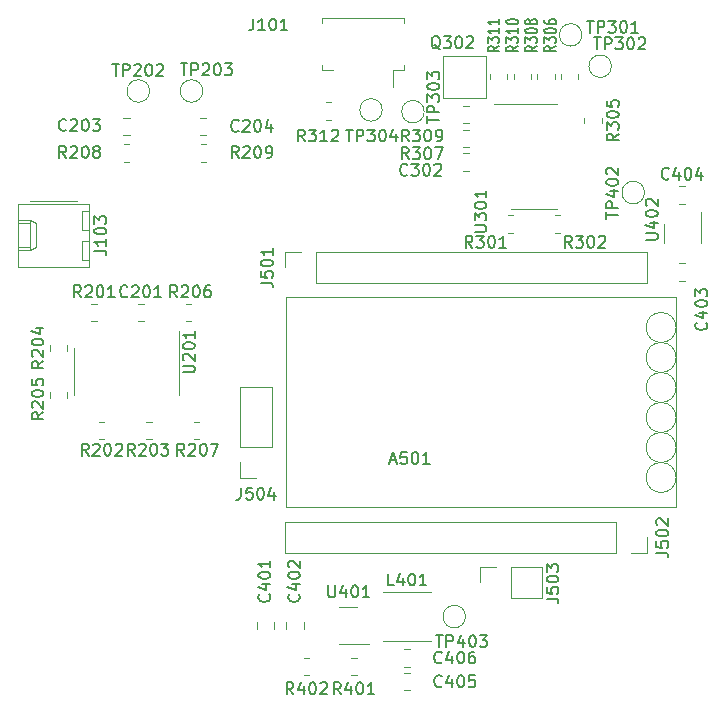
<source format=gbr>
%TF.GenerationSoftware,KiCad,Pcbnew,(7.0.0)*%
%TF.CreationDate,2023-02-20T00:43:47+01:00*%
%TF.ProjectId,led_testjig,6c65645f-7465-4737-946a-69672e6b6963,rev?*%
%TF.SameCoordinates,Original*%
%TF.FileFunction,Legend,Top*%
%TF.FilePolarity,Positive*%
%FSLAX46Y46*%
G04 Gerber Fmt 4.6, Leading zero omitted, Abs format (unit mm)*
G04 Created by KiCad (PCBNEW (7.0.0)) date 2023-02-20 00:43:47*
%MOMM*%
%LPD*%
G01*
G04 APERTURE LIST*
%ADD10C,0.150000*%
%ADD11C,0.120000*%
%ADD12C,0.100000*%
G04 APERTURE END LIST*
D10*
%TO.C,J103*%
X127287380Y-90015714D02*
X128001666Y-90015714D01*
X128001666Y-90015714D02*
X128144523Y-90063333D01*
X128144523Y-90063333D02*
X128239761Y-90158571D01*
X128239761Y-90158571D02*
X128287380Y-90301428D01*
X128287380Y-90301428D02*
X128287380Y-90396666D01*
X128287380Y-89015714D02*
X128287380Y-89587142D01*
X128287380Y-89301428D02*
X127287380Y-89301428D01*
X127287380Y-89301428D02*
X127430238Y-89396666D01*
X127430238Y-89396666D02*
X127525476Y-89491904D01*
X127525476Y-89491904D02*
X127573095Y-89587142D01*
X127287380Y-88396666D02*
X127287380Y-88301428D01*
X127287380Y-88301428D02*
X127335000Y-88206190D01*
X127335000Y-88206190D02*
X127382619Y-88158571D01*
X127382619Y-88158571D02*
X127477857Y-88110952D01*
X127477857Y-88110952D02*
X127668333Y-88063333D01*
X127668333Y-88063333D02*
X127906428Y-88063333D01*
X127906428Y-88063333D02*
X128096904Y-88110952D01*
X128096904Y-88110952D02*
X128192142Y-88158571D01*
X128192142Y-88158571D02*
X128239761Y-88206190D01*
X128239761Y-88206190D02*
X128287380Y-88301428D01*
X128287380Y-88301428D02*
X128287380Y-88396666D01*
X128287380Y-88396666D02*
X128239761Y-88491904D01*
X128239761Y-88491904D02*
X128192142Y-88539523D01*
X128192142Y-88539523D02*
X128096904Y-88587142D01*
X128096904Y-88587142D02*
X127906428Y-88634761D01*
X127906428Y-88634761D02*
X127668333Y-88634761D01*
X127668333Y-88634761D02*
X127477857Y-88587142D01*
X127477857Y-88587142D02*
X127382619Y-88539523D01*
X127382619Y-88539523D02*
X127335000Y-88491904D01*
X127335000Y-88491904D02*
X127287380Y-88396666D01*
X127287380Y-87729999D02*
X127287380Y-87110952D01*
X127287380Y-87110952D02*
X127668333Y-87444285D01*
X127668333Y-87444285D02*
X127668333Y-87301428D01*
X127668333Y-87301428D02*
X127715952Y-87206190D01*
X127715952Y-87206190D02*
X127763571Y-87158571D01*
X127763571Y-87158571D02*
X127858809Y-87110952D01*
X127858809Y-87110952D02*
X128096904Y-87110952D01*
X128096904Y-87110952D02*
X128192142Y-87158571D01*
X128192142Y-87158571D02*
X128239761Y-87206190D01*
X128239761Y-87206190D02*
X128287380Y-87301428D01*
X128287380Y-87301428D02*
X128287380Y-87587142D01*
X128287380Y-87587142D02*
X128239761Y-87682380D01*
X128239761Y-87682380D02*
X128192142Y-87729999D01*
%TO.C,A501*%
X152333333Y-107781666D02*
X152809523Y-107781666D01*
X152238095Y-108067380D02*
X152571428Y-107067380D01*
X152571428Y-107067380D02*
X152904761Y-108067380D01*
X153714285Y-107067380D02*
X153238095Y-107067380D01*
X153238095Y-107067380D02*
X153190476Y-107543571D01*
X153190476Y-107543571D02*
X153238095Y-107495952D01*
X153238095Y-107495952D02*
X153333333Y-107448333D01*
X153333333Y-107448333D02*
X153571428Y-107448333D01*
X153571428Y-107448333D02*
X153666666Y-107495952D01*
X153666666Y-107495952D02*
X153714285Y-107543571D01*
X153714285Y-107543571D02*
X153761904Y-107638809D01*
X153761904Y-107638809D02*
X153761904Y-107876904D01*
X153761904Y-107876904D02*
X153714285Y-107972142D01*
X153714285Y-107972142D02*
X153666666Y-108019761D01*
X153666666Y-108019761D02*
X153571428Y-108067380D01*
X153571428Y-108067380D02*
X153333333Y-108067380D01*
X153333333Y-108067380D02*
X153238095Y-108019761D01*
X153238095Y-108019761D02*
X153190476Y-107972142D01*
X154380952Y-107067380D02*
X154476190Y-107067380D01*
X154476190Y-107067380D02*
X154571428Y-107115000D01*
X154571428Y-107115000D02*
X154619047Y-107162619D01*
X154619047Y-107162619D02*
X154666666Y-107257857D01*
X154666666Y-107257857D02*
X154714285Y-107448333D01*
X154714285Y-107448333D02*
X154714285Y-107686428D01*
X154714285Y-107686428D02*
X154666666Y-107876904D01*
X154666666Y-107876904D02*
X154619047Y-107972142D01*
X154619047Y-107972142D02*
X154571428Y-108019761D01*
X154571428Y-108019761D02*
X154476190Y-108067380D01*
X154476190Y-108067380D02*
X154380952Y-108067380D01*
X154380952Y-108067380D02*
X154285714Y-108019761D01*
X154285714Y-108019761D02*
X154238095Y-107972142D01*
X154238095Y-107972142D02*
X154190476Y-107876904D01*
X154190476Y-107876904D02*
X154142857Y-107686428D01*
X154142857Y-107686428D02*
X154142857Y-107448333D01*
X154142857Y-107448333D02*
X154190476Y-107257857D01*
X154190476Y-107257857D02*
X154238095Y-107162619D01*
X154238095Y-107162619D02*
X154285714Y-107115000D01*
X154285714Y-107115000D02*
X154380952Y-107067380D01*
X155666666Y-108067380D02*
X155095238Y-108067380D01*
X155380952Y-108067380D02*
X155380952Y-107067380D01*
X155380952Y-107067380D02*
X155285714Y-107210238D01*
X155285714Y-107210238D02*
X155190476Y-107305476D01*
X155190476Y-107305476D02*
X155095238Y-107353095D01*
%TO.C,C204*%
X139480952Y-79852142D02*
X139433333Y-79899761D01*
X139433333Y-79899761D02*
X139290476Y-79947380D01*
X139290476Y-79947380D02*
X139195238Y-79947380D01*
X139195238Y-79947380D02*
X139052381Y-79899761D01*
X139052381Y-79899761D02*
X138957143Y-79804523D01*
X138957143Y-79804523D02*
X138909524Y-79709285D01*
X138909524Y-79709285D02*
X138861905Y-79518809D01*
X138861905Y-79518809D02*
X138861905Y-79375952D01*
X138861905Y-79375952D02*
X138909524Y-79185476D01*
X138909524Y-79185476D02*
X138957143Y-79090238D01*
X138957143Y-79090238D02*
X139052381Y-78995000D01*
X139052381Y-78995000D02*
X139195238Y-78947380D01*
X139195238Y-78947380D02*
X139290476Y-78947380D01*
X139290476Y-78947380D02*
X139433333Y-78995000D01*
X139433333Y-78995000D02*
X139480952Y-79042619D01*
X139861905Y-79042619D02*
X139909524Y-78995000D01*
X139909524Y-78995000D02*
X140004762Y-78947380D01*
X140004762Y-78947380D02*
X140242857Y-78947380D01*
X140242857Y-78947380D02*
X140338095Y-78995000D01*
X140338095Y-78995000D02*
X140385714Y-79042619D01*
X140385714Y-79042619D02*
X140433333Y-79137857D01*
X140433333Y-79137857D02*
X140433333Y-79233095D01*
X140433333Y-79233095D02*
X140385714Y-79375952D01*
X140385714Y-79375952D02*
X139814286Y-79947380D01*
X139814286Y-79947380D02*
X140433333Y-79947380D01*
X141052381Y-78947380D02*
X141147619Y-78947380D01*
X141147619Y-78947380D02*
X141242857Y-78995000D01*
X141242857Y-78995000D02*
X141290476Y-79042619D01*
X141290476Y-79042619D02*
X141338095Y-79137857D01*
X141338095Y-79137857D02*
X141385714Y-79328333D01*
X141385714Y-79328333D02*
X141385714Y-79566428D01*
X141385714Y-79566428D02*
X141338095Y-79756904D01*
X141338095Y-79756904D02*
X141290476Y-79852142D01*
X141290476Y-79852142D02*
X141242857Y-79899761D01*
X141242857Y-79899761D02*
X141147619Y-79947380D01*
X141147619Y-79947380D02*
X141052381Y-79947380D01*
X141052381Y-79947380D02*
X140957143Y-79899761D01*
X140957143Y-79899761D02*
X140909524Y-79852142D01*
X140909524Y-79852142D02*
X140861905Y-79756904D01*
X140861905Y-79756904D02*
X140814286Y-79566428D01*
X140814286Y-79566428D02*
X140814286Y-79328333D01*
X140814286Y-79328333D02*
X140861905Y-79137857D01*
X140861905Y-79137857D02*
X140909524Y-79042619D01*
X140909524Y-79042619D02*
X140957143Y-78995000D01*
X140957143Y-78995000D02*
X141052381Y-78947380D01*
X142242857Y-79280714D02*
X142242857Y-79947380D01*
X142004762Y-78899761D02*
X141766667Y-79614047D01*
X141766667Y-79614047D02*
X142385714Y-79614047D01*
%TO.C,U401*%
X147085714Y-118367380D02*
X147085714Y-119176904D01*
X147085714Y-119176904D02*
X147133333Y-119272142D01*
X147133333Y-119272142D02*
X147180952Y-119319761D01*
X147180952Y-119319761D02*
X147276190Y-119367380D01*
X147276190Y-119367380D02*
X147466666Y-119367380D01*
X147466666Y-119367380D02*
X147561904Y-119319761D01*
X147561904Y-119319761D02*
X147609523Y-119272142D01*
X147609523Y-119272142D02*
X147657142Y-119176904D01*
X147657142Y-119176904D02*
X147657142Y-118367380D01*
X148561904Y-118700714D02*
X148561904Y-119367380D01*
X148323809Y-118319761D02*
X148085714Y-119034047D01*
X148085714Y-119034047D02*
X148704761Y-119034047D01*
X149276190Y-118367380D02*
X149371428Y-118367380D01*
X149371428Y-118367380D02*
X149466666Y-118415000D01*
X149466666Y-118415000D02*
X149514285Y-118462619D01*
X149514285Y-118462619D02*
X149561904Y-118557857D01*
X149561904Y-118557857D02*
X149609523Y-118748333D01*
X149609523Y-118748333D02*
X149609523Y-118986428D01*
X149609523Y-118986428D02*
X149561904Y-119176904D01*
X149561904Y-119176904D02*
X149514285Y-119272142D01*
X149514285Y-119272142D02*
X149466666Y-119319761D01*
X149466666Y-119319761D02*
X149371428Y-119367380D01*
X149371428Y-119367380D02*
X149276190Y-119367380D01*
X149276190Y-119367380D02*
X149180952Y-119319761D01*
X149180952Y-119319761D02*
X149133333Y-119272142D01*
X149133333Y-119272142D02*
X149085714Y-119176904D01*
X149085714Y-119176904D02*
X149038095Y-118986428D01*
X149038095Y-118986428D02*
X149038095Y-118748333D01*
X149038095Y-118748333D02*
X149085714Y-118557857D01*
X149085714Y-118557857D02*
X149133333Y-118462619D01*
X149133333Y-118462619D02*
X149180952Y-118415000D01*
X149180952Y-118415000D02*
X149276190Y-118367380D01*
X150561904Y-119367380D02*
X149990476Y-119367380D01*
X150276190Y-119367380D02*
X150276190Y-118367380D01*
X150276190Y-118367380D02*
X150180952Y-118510238D01*
X150180952Y-118510238D02*
X150085714Y-118605476D01*
X150085714Y-118605476D02*
X149990476Y-118653095D01*
%TO.C,J504*%
X139684285Y-110087380D02*
X139684285Y-110801666D01*
X139684285Y-110801666D02*
X139636666Y-110944523D01*
X139636666Y-110944523D02*
X139541428Y-111039761D01*
X139541428Y-111039761D02*
X139398571Y-111087380D01*
X139398571Y-111087380D02*
X139303333Y-111087380D01*
X140636666Y-110087380D02*
X140160476Y-110087380D01*
X140160476Y-110087380D02*
X140112857Y-110563571D01*
X140112857Y-110563571D02*
X140160476Y-110515952D01*
X140160476Y-110515952D02*
X140255714Y-110468333D01*
X140255714Y-110468333D02*
X140493809Y-110468333D01*
X140493809Y-110468333D02*
X140589047Y-110515952D01*
X140589047Y-110515952D02*
X140636666Y-110563571D01*
X140636666Y-110563571D02*
X140684285Y-110658809D01*
X140684285Y-110658809D02*
X140684285Y-110896904D01*
X140684285Y-110896904D02*
X140636666Y-110992142D01*
X140636666Y-110992142D02*
X140589047Y-111039761D01*
X140589047Y-111039761D02*
X140493809Y-111087380D01*
X140493809Y-111087380D02*
X140255714Y-111087380D01*
X140255714Y-111087380D02*
X140160476Y-111039761D01*
X140160476Y-111039761D02*
X140112857Y-110992142D01*
X141303333Y-110087380D02*
X141398571Y-110087380D01*
X141398571Y-110087380D02*
X141493809Y-110135000D01*
X141493809Y-110135000D02*
X141541428Y-110182619D01*
X141541428Y-110182619D02*
X141589047Y-110277857D01*
X141589047Y-110277857D02*
X141636666Y-110468333D01*
X141636666Y-110468333D02*
X141636666Y-110706428D01*
X141636666Y-110706428D02*
X141589047Y-110896904D01*
X141589047Y-110896904D02*
X141541428Y-110992142D01*
X141541428Y-110992142D02*
X141493809Y-111039761D01*
X141493809Y-111039761D02*
X141398571Y-111087380D01*
X141398571Y-111087380D02*
X141303333Y-111087380D01*
X141303333Y-111087380D02*
X141208095Y-111039761D01*
X141208095Y-111039761D02*
X141160476Y-110992142D01*
X141160476Y-110992142D02*
X141112857Y-110896904D01*
X141112857Y-110896904D02*
X141065238Y-110706428D01*
X141065238Y-110706428D02*
X141065238Y-110468333D01*
X141065238Y-110468333D02*
X141112857Y-110277857D01*
X141112857Y-110277857D02*
X141160476Y-110182619D01*
X141160476Y-110182619D02*
X141208095Y-110135000D01*
X141208095Y-110135000D02*
X141303333Y-110087380D01*
X142493809Y-110420714D02*
X142493809Y-111087380D01*
X142255714Y-110039761D02*
X142017619Y-110754047D01*
X142017619Y-110754047D02*
X142636666Y-110754047D01*
%TO.C,TP202*%
X128785714Y-74219380D02*
X129357142Y-74219380D01*
X129071428Y-75219380D02*
X129071428Y-74219380D01*
X129690476Y-75219380D02*
X129690476Y-74219380D01*
X129690476Y-74219380D02*
X130071428Y-74219380D01*
X130071428Y-74219380D02*
X130166666Y-74267000D01*
X130166666Y-74267000D02*
X130214285Y-74314619D01*
X130214285Y-74314619D02*
X130261904Y-74409857D01*
X130261904Y-74409857D02*
X130261904Y-74552714D01*
X130261904Y-74552714D02*
X130214285Y-74647952D01*
X130214285Y-74647952D02*
X130166666Y-74695571D01*
X130166666Y-74695571D02*
X130071428Y-74743190D01*
X130071428Y-74743190D02*
X129690476Y-74743190D01*
X130642857Y-74314619D02*
X130690476Y-74267000D01*
X130690476Y-74267000D02*
X130785714Y-74219380D01*
X130785714Y-74219380D02*
X131023809Y-74219380D01*
X131023809Y-74219380D02*
X131119047Y-74267000D01*
X131119047Y-74267000D02*
X131166666Y-74314619D01*
X131166666Y-74314619D02*
X131214285Y-74409857D01*
X131214285Y-74409857D02*
X131214285Y-74505095D01*
X131214285Y-74505095D02*
X131166666Y-74647952D01*
X131166666Y-74647952D02*
X130595238Y-75219380D01*
X130595238Y-75219380D02*
X131214285Y-75219380D01*
X131833333Y-74219380D02*
X131928571Y-74219380D01*
X131928571Y-74219380D02*
X132023809Y-74267000D01*
X132023809Y-74267000D02*
X132071428Y-74314619D01*
X132071428Y-74314619D02*
X132119047Y-74409857D01*
X132119047Y-74409857D02*
X132166666Y-74600333D01*
X132166666Y-74600333D02*
X132166666Y-74838428D01*
X132166666Y-74838428D02*
X132119047Y-75028904D01*
X132119047Y-75028904D02*
X132071428Y-75124142D01*
X132071428Y-75124142D02*
X132023809Y-75171761D01*
X132023809Y-75171761D02*
X131928571Y-75219380D01*
X131928571Y-75219380D02*
X131833333Y-75219380D01*
X131833333Y-75219380D02*
X131738095Y-75171761D01*
X131738095Y-75171761D02*
X131690476Y-75124142D01*
X131690476Y-75124142D02*
X131642857Y-75028904D01*
X131642857Y-75028904D02*
X131595238Y-74838428D01*
X131595238Y-74838428D02*
X131595238Y-74600333D01*
X131595238Y-74600333D02*
X131642857Y-74409857D01*
X131642857Y-74409857D02*
X131690476Y-74314619D01*
X131690476Y-74314619D02*
X131738095Y-74267000D01*
X131738095Y-74267000D02*
X131833333Y-74219380D01*
X132547619Y-74314619D02*
X132595238Y-74267000D01*
X132595238Y-74267000D02*
X132690476Y-74219380D01*
X132690476Y-74219380D02*
X132928571Y-74219380D01*
X132928571Y-74219380D02*
X133023809Y-74267000D01*
X133023809Y-74267000D02*
X133071428Y-74314619D01*
X133071428Y-74314619D02*
X133119047Y-74409857D01*
X133119047Y-74409857D02*
X133119047Y-74505095D01*
X133119047Y-74505095D02*
X133071428Y-74647952D01*
X133071428Y-74647952D02*
X132500000Y-75219380D01*
X132500000Y-75219380D02*
X133119047Y-75219380D01*
%TO.C,C402*%
X144572142Y-119119047D02*
X144619761Y-119166666D01*
X144619761Y-119166666D02*
X144667380Y-119309523D01*
X144667380Y-119309523D02*
X144667380Y-119404761D01*
X144667380Y-119404761D02*
X144619761Y-119547618D01*
X144619761Y-119547618D02*
X144524523Y-119642856D01*
X144524523Y-119642856D02*
X144429285Y-119690475D01*
X144429285Y-119690475D02*
X144238809Y-119738094D01*
X144238809Y-119738094D02*
X144095952Y-119738094D01*
X144095952Y-119738094D02*
X143905476Y-119690475D01*
X143905476Y-119690475D02*
X143810238Y-119642856D01*
X143810238Y-119642856D02*
X143715000Y-119547618D01*
X143715000Y-119547618D02*
X143667380Y-119404761D01*
X143667380Y-119404761D02*
X143667380Y-119309523D01*
X143667380Y-119309523D02*
X143715000Y-119166666D01*
X143715000Y-119166666D02*
X143762619Y-119119047D01*
X144000714Y-118261904D02*
X144667380Y-118261904D01*
X143619761Y-118499999D02*
X144334047Y-118738094D01*
X144334047Y-118738094D02*
X144334047Y-118119047D01*
X143667380Y-117547618D02*
X143667380Y-117452380D01*
X143667380Y-117452380D02*
X143715000Y-117357142D01*
X143715000Y-117357142D02*
X143762619Y-117309523D01*
X143762619Y-117309523D02*
X143857857Y-117261904D01*
X143857857Y-117261904D02*
X144048333Y-117214285D01*
X144048333Y-117214285D02*
X144286428Y-117214285D01*
X144286428Y-117214285D02*
X144476904Y-117261904D01*
X144476904Y-117261904D02*
X144572142Y-117309523D01*
X144572142Y-117309523D02*
X144619761Y-117357142D01*
X144619761Y-117357142D02*
X144667380Y-117452380D01*
X144667380Y-117452380D02*
X144667380Y-117547618D01*
X144667380Y-117547618D02*
X144619761Y-117642856D01*
X144619761Y-117642856D02*
X144572142Y-117690475D01*
X144572142Y-117690475D02*
X144476904Y-117738094D01*
X144476904Y-117738094D02*
X144286428Y-117785713D01*
X144286428Y-117785713D02*
X144048333Y-117785713D01*
X144048333Y-117785713D02*
X143857857Y-117738094D01*
X143857857Y-117738094D02*
X143762619Y-117690475D01*
X143762619Y-117690475D02*
X143715000Y-117642856D01*
X143715000Y-117642856D02*
X143667380Y-117547618D01*
X143762619Y-116833332D02*
X143715000Y-116785713D01*
X143715000Y-116785713D02*
X143667380Y-116690475D01*
X143667380Y-116690475D02*
X143667380Y-116452380D01*
X143667380Y-116452380D02*
X143715000Y-116357142D01*
X143715000Y-116357142D02*
X143762619Y-116309523D01*
X143762619Y-116309523D02*
X143857857Y-116261904D01*
X143857857Y-116261904D02*
X143953095Y-116261904D01*
X143953095Y-116261904D02*
X144095952Y-116309523D01*
X144095952Y-116309523D02*
X144667380Y-116880951D01*
X144667380Y-116880951D02*
X144667380Y-116261904D01*
%TO.C,R401*%
X148130952Y-127567380D02*
X147797619Y-127091190D01*
X147559524Y-127567380D02*
X147559524Y-126567380D01*
X147559524Y-126567380D02*
X147940476Y-126567380D01*
X147940476Y-126567380D02*
X148035714Y-126615000D01*
X148035714Y-126615000D02*
X148083333Y-126662619D01*
X148083333Y-126662619D02*
X148130952Y-126757857D01*
X148130952Y-126757857D02*
X148130952Y-126900714D01*
X148130952Y-126900714D02*
X148083333Y-126995952D01*
X148083333Y-126995952D02*
X148035714Y-127043571D01*
X148035714Y-127043571D02*
X147940476Y-127091190D01*
X147940476Y-127091190D02*
X147559524Y-127091190D01*
X148988095Y-126900714D02*
X148988095Y-127567380D01*
X148750000Y-126519761D02*
X148511905Y-127234047D01*
X148511905Y-127234047D02*
X149130952Y-127234047D01*
X149702381Y-126567380D02*
X149797619Y-126567380D01*
X149797619Y-126567380D02*
X149892857Y-126615000D01*
X149892857Y-126615000D02*
X149940476Y-126662619D01*
X149940476Y-126662619D02*
X149988095Y-126757857D01*
X149988095Y-126757857D02*
X150035714Y-126948333D01*
X150035714Y-126948333D02*
X150035714Y-127186428D01*
X150035714Y-127186428D02*
X149988095Y-127376904D01*
X149988095Y-127376904D02*
X149940476Y-127472142D01*
X149940476Y-127472142D02*
X149892857Y-127519761D01*
X149892857Y-127519761D02*
X149797619Y-127567380D01*
X149797619Y-127567380D02*
X149702381Y-127567380D01*
X149702381Y-127567380D02*
X149607143Y-127519761D01*
X149607143Y-127519761D02*
X149559524Y-127472142D01*
X149559524Y-127472142D02*
X149511905Y-127376904D01*
X149511905Y-127376904D02*
X149464286Y-127186428D01*
X149464286Y-127186428D02*
X149464286Y-126948333D01*
X149464286Y-126948333D02*
X149511905Y-126757857D01*
X149511905Y-126757857D02*
X149559524Y-126662619D01*
X149559524Y-126662619D02*
X149607143Y-126615000D01*
X149607143Y-126615000D02*
X149702381Y-126567380D01*
X150988095Y-127567380D02*
X150416667Y-127567380D01*
X150702381Y-127567380D02*
X150702381Y-126567380D01*
X150702381Y-126567380D02*
X150607143Y-126710238D01*
X150607143Y-126710238D02*
X150511905Y-126805476D01*
X150511905Y-126805476D02*
X150416667Y-126853095D01*
%TO.C,R306*%
X166367380Y-72695237D02*
X165891190Y-72961904D01*
X166367380Y-73152380D02*
X165367380Y-73152380D01*
X165367380Y-73152380D02*
X165367380Y-72847618D01*
X165367380Y-72847618D02*
X165415000Y-72771428D01*
X165415000Y-72771428D02*
X165462619Y-72733333D01*
X165462619Y-72733333D02*
X165557857Y-72695237D01*
X165557857Y-72695237D02*
X165700714Y-72695237D01*
X165700714Y-72695237D02*
X165795952Y-72733333D01*
X165795952Y-72733333D02*
X165843571Y-72771428D01*
X165843571Y-72771428D02*
X165891190Y-72847618D01*
X165891190Y-72847618D02*
X165891190Y-73152380D01*
X165367380Y-72428571D02*
X165367380Y-71933333D01*
X165367380Y-71933333D02*
X165748333Y-72199999D01*
X165748333Y-72199999D02*
X165748333Y-72085714D01*
X165748333Y-72085714D02*
X165795952Y-72009523D01*
X165795952Y-72009523D02*
X165843571Y-71971428D01*
X165843571Y-71971428D02*
X165938809Y-71933333D01*
X165938809Y-71933333D02*
X166176904Y-71933333D01*
X166176904Y-71933333D02*
X166272142Y-71971428D01*
X166272142Y-71971428D02*
X166319761Y-72009523D01*
X166319761Y-72009523D02*
X166367380Y-72085714D01*
X166367380Y-72085714D02*
X166367380Y-72314285D01*
X166367380Y-72314285D02*
X166319761Y-72390476D01*
X166319761Y-72390476D02*
X166272142Y-72428571D01*
X165367380Y-71438094D02*
X165367380Y-71361904D01*
X165367380Y-71361904D02*
X165415000Y-71285713D01*
X165415000Y-71285713D02*
X165462619Y-71247618D01*
X165462619Y-71247618D02*
X165557857Y-71209523D01*
X165557857Y-71209523D02*
X165748333Y-71171428D01*
X165748333Y-71171428D02*
X165986428Y-71171428D01*
X165986428Y-71171428D02*
X166176904Y-71209523D01*
X166176904Y-71209523D02*
X166272142Y-71247618D01*
X166272142Y-71247618D02*
X166319761Y-71285713D01*
X166319761Y-71285713D02*
X166367380Y-71361904D01*
X166367380Y-71361904D02*
X166367380Y-71438094D01*
X166367380Y-71438094D02*
X166319761Y-71514285D01*
X166319761Y-71514285D02*
X166272142Y-71552380D01*
X166272142Y-71552380D02*
X166176904Y-71590475D01*
X166176904Y-71590475D02*
X165986428Y-71628571D01*
X165986428Y-71628571D02*
X165748333Y-71628571D01*
X165748333Y-71628571D02*
X165557857Y-71590475D01*
X165557857Y-71590475D02*
X165462619Y-71552380D01*
X165462619Y-71552380D02*
X165415000Y-71514285D01*
X165415000Y-71514285D02*
X165367380Y-71438094D01*
X165367380Y-70485713D02*
X165367380Y-70638094D01*
X165367380Y-70638094D02*
X165415000Y-70714285D01*
X165415000Y-70714285D02*
X165462619Y-70752380D01*
X165462619Y-70752380D02*
X165605476Y-70828570D01*
X165605476Y-70828570D02*
X165795952Y-70866666D01*
X165795952Y-70866666D02*
X166176904Y-70866666D01*
X166176904Y-70866666D02*
X166272142Y-70828570D01*
X166272142Y-70828570D02*
X166319761Y-70790475D01*
X166319761Y-70790475D02*
X166367380Y-70714285D01*
X166367380Y-70714285D02*
X166367380Y-70561904D01*
X166367380Y-70561904D02*
X166319761Y-70485713D01*
X166319761Y-70485713D02*
X166272142Y-70447618D01*
X166272142Y-70447618D02*
X166176904Y-70409523D01*
X166176904Y-70409523D02*
X165938809Y-70409523D01*
X165938809Y-70409523D02*
X165843571Y-70447618D01*
X165843571Y-70447618D02*
X165795952Y-70485713D01*
X165795952Y-70485713D02*
X165748333Y-70561904D01*
X165748333Y-70561904D02*
X165748333Y-70714285D01*
X165748333Y-70714285D02*
X165795952Y-70790475D01*
X165795952Y-70790475D02*
X165843571Y-70828570D01*
X165843571Y-70828570D02*
X165938809Y-70866666D01*
%TO.C,R311*%
X161567380Y-72695237D02*
X161091190Y-72961904D01*
X161567380Y-73152380D02*
X160567380Y-73152380D01*
X160567380Y-73152380D02*
X160567380Y-72847618D01*
X160567380Y-72847618D02*
X160615000Y-72771428D01*
X160615000Y-72771428D02*
X160662619Y-72733333D01*
X160662619Y-72733333D02*
X160757857Y-72695237D01*
X160757857Y-72695237D02*
X160900714Y-72695237D01*
X160900714Y-72695237D02*
X160995952Y-72733333D01*
X160995952Y-72733333D02*
X161043571Y-72771428D01*
X161043571Y-72771428D02*
X161091190Y-72847618D01*
X161091190Y-72847618D02*
X161091190Y-73152380D01*
X160567380Y-72428571D02*
X160567380Y-71933333D01*
X160567380Y-71933333D02*
X160948333Y-72199999D01*
X160948333Y-72199999D02*
X160948333Y-72085714D01*
X160948333Y-72085714D02*
X160995952Y-72009523D01*
X160995952Y-72009523D02*
X161043571Y-71971428D01*
X161043571Y-71971428D02*
X161138809Y-71933333D01*
X161138809Y-71933333D02*
X161376904Y-71933333D01*
X161376904Y-71933333D02*
X161472142Y-71971428D01*
X161472142Y-71971428D02*
X161519761Y-72009523D01*
X161519761Y-72009523D02*
X161567380Y-72085714D01*
X161567380Y-72085714D02*
X161567380Y-72314285D01*
X161567380Y-72314285D02*
X161519761Y-72390476D01*
X161519761Y-72390476D02*
X161472142Y-72428571D01*
X161567380Y-71171428D02*
X161567380Y-71628571D01*
X161567380Y-71399999D02*
X160567380Y-71399999D01*
X160567380Y-71399999D02*
X160710238Y-71476190D01*
X160710238Y-71476190D02*
X160805476Y-71552380D01*
X160805476Y-71552380D02*
X160853095Y-71628571D01*
X161567380Y-70409523D02*
X161567380Y-70866666D01*
X161567380Y-70638094D02*
X160567380Y-70638094D01*
X160567380Y-70638094D02*
X160710238Y-70714285D01*
X160710238Y-70714285D02*
X160805476Y-70790475D01*
X160805476Y-70790475D02*
X160853095Y-70866666D01*
%TO.C,R205*%
X122967380Y-103719047D02*
X122491190Y-104052380D01*
X122967380Y-104290475D02*
X121967380Y-104290475D01*
X121967380Y-104290475D02*
X121967380Y-103909523D01*
X121967380Y-103909523D02*
X122015000Y-103814285D01*
X122015000Y-103814285D02*
X122062619Y-103766666D01*
X122062619Y-103766666D02*
X122157857Y-103719047D01*
X122157857Y-103719047D02*
X122300714Y-103719047D01*
X122300714Y-103719047D02*
X122395952Y-103766666D01*
X122395952Y-103766666D02*
X122443571Y-103814285D01*
X122443571Y-103814285D02*
X122491190Y-103909523D01*
X122491190Y-103909523D02*
X122491190Y-104290475D01*
X122062619Y-103338094D02*
X122015000Y-103290475D01*
X122015000Y-103290475D02*
X121967380Y-103195237D01*
X121967380Y-103195237D02*
X121967380Y-102957142D01*
X121967380Y-102957142D02*
X122015000Y-102861904D01*
X122015000Y-102861904D02*
X122062619Y-102814285D01*
X122062619Y-102814285D02*
X122157857Y-102766666D01*
X122157857Y-102766666D02*
X122253095Y-102766666D01*
X122253095Y-102766666D02*
X122395952Y-102814285D01*
X122395952Y-102814285D02*
X122967380Y-103385713D01*
X122967380Y-103385713D02*
X122967380Y-102766666D01*
X121967380Y-102147618D02*
X121967380Y-102052380D01*
X121967380Y-102052380D02*
X122015000Y-101957142D01*
X122015000Y-101957142D02*
X122062619Y-101909523D01*
X122062619Y-101909523D02*
X122157857Y-101861904D01*
X122157857Y-101861904D02*
X122348333Y-101814285D01*
X122348333Y-101814285D02*
X122586428Y-101814285D01*
X122586428Y-101814285D02*
X122776904Y-101861904D01*
X122776904Y-101861904D02*
X122872142Y-101909523D01*
X122872142Y-101909523D02*
X122919761Y-101957142D01*
X122919761Y-101957142D02*
X122967380Y-102052380D01*
X122967380Y-102052380D02*
X122967380Y-102147618D01*
X122967380Y-102147618D02*
X122919761Y-102242856D01*
X122919761Y-102242856D02*
X122872142Y-102290475D01*
X122872142Y-102290475D02*
X122776904Y-102338094D01*
X122776904Y-102338094D02*
X122586428Y-102385713D01*
X122586428Y-102385713D02*
X122348333Y-102385713D01*
X122348333Y-102385713D02*
X122157857Y-102338094D01*
X122157857Y-102338094D02*
X122062619Y-102290475D01*
X122062619Y-102290475D02*
X122015000Y-102242856D01*
X122015000Y-102242856D02*
X121967380Y-102147618D01*
X121967380Y-100909523D02*
X121967380Y-101385713D01*
X121967380Y-101385713D02*
X122443571Y-101433332D01*
X122443571Y-101433332D02*
X122395952Y-101385713D01*
X122395952Y-101385713D02*
X122348333Y-101290475D01*
X122348333Y-101290475D02*
X122348333Y-101052380D01*
X122348333Y-101052380D02*
X122395952Y-100957142D01*
X122395952Y-100957142D02*
X122443571Y-100909523D01*
X122443571Y-100909523D02*
X122538809Y-100861904D01*
X122538809Y-100861904D02*
X122776904Y-100861904D01*
X122776904Y-100861904D02*
X122872142Y-100909523D01*
X122872142Y-100909523D02*
X122919761Y-100957142D01*
X122919761Y-100957142D02*
X122967380Y-101052380D01*
X122967380Y-101052380D02*
X122967380Y-101290475D01*
X122967380Y-101290475D02*
X122919761Y-101385713D01*
X122919761Y-101385713D02*
X122872142Y-101433332D01*
%TO.C,J501*%
X141377380Y-92725714D02*
X142091666Y-92725714D01*
X142091666Y-92725714D02*
X142234523Y-92773333D01*
X142234523Y-92773333D02*
X142329761Y-92868571D01*
X142329761Y-92868571D02*
X142377380Y-93011428D01*
X142377380Y-93011428D02*
X142377380Y-93106666D01*
X141377380Y-91773333D02*
X141377380Y-92249523D01*
X141377380Y-92249523D02*
X141853571Y-92297142D01*
X141853571Y-92297142D02*
X141805952Y-92249523D01*
X141805952Y-92249523D02*
X141758333Y-92154285D01*
X141758333Y-92154285D02*
X141758333Y-91916190D01*
X141758333Y-91916190D02*
X141805952Y-91820952D01*
X141805952Y-91820952D02*
X141853571Y-91773333D01*
X141853571Y-91773333D02*
X141948809Y-91725714D01*
X141948809Y-91725714D02*
X142186904Y-91725714D01*
X142186904Y-91725714D02*
X142282142Y-91773333D01*
X142282142Y-91773333D02*
X142329761Y-91820952D01*
X142329761Y-91820952D02*
X142377380Y-91916190D01*
X142377380Y-91916190D02*
X142377380Y-92154285D01*
X142377380Y-92154285D02*
X142329761Y-92249523D01*
X142329761Y-92249523D02*
X142282142Y-92297142D01*
X141377380Y-91106666D02*
X141377380Y-91011428D01*
X141377380Y-91011428D02*
X141425000Y-90916190D01*
X141425000Y-90916190D02*
X141472619Y-90868571D01*
X141472619Y-90868571D02*
X141567857Y-90820952D01*
X141567857Y-90820952D02*
X141758333Y-90773333D01*
X141758333Y-90773333D02*
X141996428Y-90773333D01*
X141996428Y-90773333D02*
X142186904Y-90820952D01*
X142186904Y-90820952D02*
X142282142Y-90868571D01*
X142282142Y-90868571D02*
X142329761Y-90916190D01*
X142329761Y-90916190D02*
X142377380Y-91011428D01*
X142377380Y-91011428D02*
X142377380Y-91106666D01*
X142377380Y-91106666D02*
X142329761Y-91201904D01*
X142329761Y-91201904D02*
X142282142Y-91249523D01*
X142282142Y-91249523D02*
X142186904Y-91297142D01*
X142186904Y-91297142D02*
X141996428Y-91344761D01*
X141996428Y-91344761D02*
X141758333Y-91344761D01*
X141758333Y-91344761D02*
X141567857Y-91297142D01*
X141567857Y-91297142D02*
X141472619Y-91249523D01*
X141472619Y-91249523D02*
X141425000Y-91201904D01*
X141425000Y-91201904D02*
X141377380Y-91106666D01*
X142377380Y-89820952D02*
X142377380Y-90392380D01*
X142377380Y-90106666D02*
X141377380Y-90106666D01*
X141377380Y-90106666D02*
X141520238Y-90201904D01*
X141520238Y-90201904D02*
X141615476Y-90297142D01*
X141615476Y-90297142D02*
X141663095Y-90392380D01*
%TO.C,R402*%
X144130952Y-127567380D02*
X143797619Y-127091190D01*
X143559524Y-127567380D02*
X143559524Y-126567380D01*
X143559524Y-126567380D02*
X143940476Y-126567380D01*
X143940476Y-126567380D02*
X144035714Y-126615000D01*
X144035714Y-126615000D02*
X144083333Y-126662619D01*
X144083333Y-126662619D02*
X144130952Y-126757857D01*
X144130952Y-126757857D02*
X144130952Y-126900714D01*
X144130952Y-126900714D02*
X144083333Y-126995952D01*
X144083333Y-126995952D02*
X144035714Y-127043571D01*
X144035714Y-127043571D02*
X143940476Y-127091190D01*
X143940476Y-127091190D02*
X143559524Y-127091190D01*
X144988095Y-126900714D02*
X144988095Y-127567380D01*
X144750000Y-126519761D02*
X144511905Y-127234047D01*
X144511905Y-127234047D02*
X145130952Y-127234047D01*
X145702381Y-126567380D02*
X145797619Y-126567380D01*
X145797619Y-126567380D02*
X145892857Y-126615000D01*
X145892857Y-126615000D02*
X145940476Y-126662619D01*
X145940476Y-126662619D02*
X145988095Y-126757857D01*
X145988095Y-126757857D02*
X146035714Y-126948333D01*
X146035714Y-126948333D02*
X146035714Y-127186428D01*
X146035714Y-127186428D02*
X145988095Y-127376904D01*
X145988095Y-127376904D02*
X145940476Y-127472142D01*
X145940476Y-127472142D02*
X145892857Y-127519761D01*
X145892857Y-127519761D02*
X145797619Y-127567380D01*
X145797619Y-127567380D02*
X145702381Y-127567380D01*
X145702381Y-127567380D02*
X145607143Y-127519761D01*
X145607143Y-127519761D02*
X145559524Y-127472142D01*
X145559524Y-127472142D02*
X145511905Y-127376904D01*
X145511905Y-127376904D02*
X145464286Y-127186428D01*
X145464286Y-127186428D02*
X145464286Y-126948333D01*
X145464286Y-126948333D02*
X145511905Y-126757857D01*
X145511905Y-126757857D02*
X145559524Y-126662619D01*
X145559524Y-126662619D02*
X145607143Y-126615000D01*
X145607143Y-126615000D02*
X145702381Y-126567380D01*
X146416667Y-126662619D02*
X146464286Y-126615000D01*
X146464286Y-126615000D02*
X146559524Y-126567380D01*
X146559524Y-126567380D02*
X146797619Y-126567380D01*
X146797619Y-126567380D02*
X146892857Y-126615000D01*
X146892857Y-126615000D02*
X146940476Y-126662619D01*
X146940476Y-126662619D02*
X146988095Y-126757857D01*
X146988095Y-126757857D02*
X146988095Y-126853095D01*
X146988095Y-126853095D02*
X146940476Y-126995952D01*
X146940476Y-126995952D02*
X146369048Y-127567380D01*
X146369048Y-127567380D02*
X146988095Y-127567380D01*
%TO.C,J101*%
X140714285Y-70367380D02*
X140714285Y-71081666D01*
X140714285Y-71081666D02*
X140666666Y-71224523D01*
X140666666Y-71224523D02*
X140571428Y-71319761D01*
X140571428Y-71319761D02*
X140428571Y-71367380D01*
X140428571Y-71367380D02*
X140333333Y-71367380D01*
X141714285Y-71367380D02*
X141142857Y-71367380D01*
X141428571Y-71367380D02*
X141428571Y-70367380D01*
X141428571Y-70367380D02*
X141333333Y-70510238D01*
X141333333Y-70510238D02*
X141238095Y-70605476D01*
X141238095Y-70605476D02*
X141142857Y-70653095D01*
X142333333Y-70367380D02*
X142428571Y-70367380D01*
X142428571Y-70367380D02*
X142523809Y-70415000D01*
X142523809Y-70415000D02*
X142571428Y-70462619D01*
X142571428Y-70462619D02*
X142619047Y-70557857D01*
X142619047Y-70557857D02*
X142666666Y-70748333D01*
X142666666Y-70748333D02*
X142666666Y-70986428D01*
X142666666Y-70986428D02*
X142619047Y-71176904D01*
X142619047Y-71176904D02*
X142571428Y-71272142D01*
X142571428Y-71272142D02*
X142523809Y-71319761D01*
X142523809Y-71319761D02*
X142428571Y-71367380D01*
X142428571Y-71367380D02*
X142333333Y-71367380D01*
X142333333Y-71367380D02*
X142238095Y-71319761D01*
X142238095Y-71319761D02*
X142190476Y-71272142D01*
X142190476Y-71272142D02*
X142142857Y-71176904D01*
X142142857Y-71176904D02*
X142095238Y-70986428D01*
X142095238Y-70986428D02*
X142095238Y-70748333D01*
X142095238Y-70748333D02*
X142142857Y-70557857D01*
X142142857Y-70557857D02*
X142190476Y-70462619D01*
X142190476Y-70462619D02*
X142238095Y-70415000D01*
X142238095Y-70415000D02*
X142333333Y-70367380D01*
X143619047Y-71367380D02*
X143047619Y-71367380D01*
X143333333Y-71367380D02*
X143333333Y-70367380D01*
X143333333Y-70367380D02*
X143238095Y-70510238D01*
X143238095Y-70510238D02*
X143142857Y-70605476D01*
X143142857Y-70605476D02*
X143047619Y-70653095D01*
%TO.C,R301*%
X159280952Y-89767380D02*
X158947619Y-89291190D01*
X158709524Y-89767380D02*
X158709524Y-88767380D01*
X158709524Y-88767380D02*
X159090476Y-88767380D01*
X159090476Y-88767380D02*
X159185714Y-88815000D01*
X159185714Y-88815000D02*
X159233333Y-88862619D01*
X159233333Y-88862619D02*
X159280952Y-88957857D01*
X159280952Y-88957857D02*
X159280952Y-89100714D01*
X159280952Y-89100714D02*
X159233333Y-89195952D01*
X159233333Y-89195952D02*
X159185714Y-89243571D01*
X159185714Y-89243571D02*
X159090476Y-89291190D01*
X159090476Y-89291190D02*
X158709524Y-89291190D01*
X159614286Y-88767380D02*
X160233333Y-88767380D01*
X160233333Y-88767380D02*
X159900000Y-89148333D01*
X159900000Y-89148333D02*
X160042857Y-89148333D01*
X160042857Y-89148333D02*
X160138095Y-89195952D01*
X160138095Y-89195952D02*
X160185714Y-89243571D01*
X160185714Y-89243571D02*
X160233333Y-89338809D01*
X160233333Y-89338809D02*
X160233333Y-89576904D01*
X160233333Y-89576904D02*
X160185714Y-89672142D01*
X160185714Y-89672142D02*
X160138095Y-89719761D01*
X160138095Y-89719761D02*
X160042857Y-89767380D01*
X160042857Y-89767380D02*
X159757143Y-89767380D01*
X159757143Y-89767380D02*
X159661905Y-89719761D01*
X159661905Y-89719761D02*
X159614286Y-89672142D01*
X160852381Y-88767380D02*
X160947619Y-88767380D01*
X160947619Y-88767380D02*
X161042857Y-88815000D01*
X161042857Y-88815000D02*
X161090476Y-88862619D01*
X161090476Y-88862619D02*
X161138095Y-88957857D01*
X161138095Y-88957857D02*
X161185714Y-89148333D01*
X161185714Y-89148333D02*
X161185714Y-89386428D01*
X161185714Y-89386428D02*
X161138095Y-89576904D01*
X161138095Y-89576904D02*
X161090476Y-89672142D01*
X161090476Y-89672142D02*
X161042857Y-89719761D01*
X161042857Y-89719761D02*
X160947619Y-89767380D01*
X160947619Y-89767380D02*
X160852381Y-89767380D01*
X160852381Y-89767380D02*
X160757143Y-89719761D01*
X160757143Y-89719761D02*
X160709524Y-89672142D01*
X160709524Y-89672142D02*
X160661905Y-89576904D01*
X160661905Y-89576904D02*
X160614286Y-89386428D01*
X160614286Y-89386428D02*
X160614286Y-89148333D01*
X160614286Y-89148333D02*
X160661905Y-88957857D01*
X160661905Y-88957857D02*
X160709524Y-88862619D01*
X160709524Y-88862619D02*
X160757143Y-88815000D01*
X160757143Y-88815000D02*
X160852381Y-88767380D01*
X162138095Y-89767380D02*
X161566667Y-89767380D01*
X161852381Y-89767380D02*
X161852381Y-88767380D01*
X161852381Y-88767380D02*
X161757143Y-88910238D01*
X161757143Y-88910238D02*
X161661905Y-89005476D01*
X161661905Y-89005476D02*
X161566667Y-89053095D01*
%TO.C,R302*%
X167680952Y-89767379D02*
X167347619Y-89291189D01*
X167109524Y-89767379D02*
X167109524Y-88767379D01*
X167109524Y-88767379D02*
X167490476Y-88767379D01*
X167490476Y-88767379D02*
X167585714Y-88814999D01*
X167585714Y-88814999D02*
X167633333Y-88862618D01*
X167633333Y-88862618D02*
X167680952Y-88957856D01*
X167680952Y-88957856D02*
X167680952Y-89100713D01*
X167680952Y-89100713D02*
X167633333Y-89195951D01*
X167633333Y-89195951D02*
X167585714Y-89243570D01*
X167585714Y-89243570D02*
X167490476Y-89291189D01*
X167490476Y-89291189D02*
X167109524Y-89291189D01*
X168014286Y-88767379D02*
X168633333Y-88767379D01*
X168633333Y-88767379D02*
X168300000Y-89148332D01*
X168300000Y-89148332D02*
X168442857Y-89148332D01*
X168442857Y-89148332D02*
X168538095Y-89195951D01*
X168538095Y-89195951D02*
X168585714Y-89243570D01*
X168585714Y-89243570D02*
X168633333Y-89338808D01*
X168633333Y-89338808D02*
X168633333Y-89576903D01*
X168633333Y-89576903D02*
X168585714Y-89672141D01*
X168585714Y-89672141D02*
X168538095Y-89719760D01*
X168538095Y-89719760D02*
X168442857Y-89767379D01*
X168442857Y-89767379D02*
X168157143Y-89767379D01*
X168157143Y-89767379D02*
X168061905Y-89719760D01*
X168061905Y-89719760D02*
X168014286Y-89672141D01*
X169252381Y-88767379D02*
X169347619Y-88767379D01*
X169347619Y-88767379D02*
X169442857Y-88814999D01*
X169442857Y-88814999D02*
X169490476Y-88862618D01*
X169490476Y-88862618D02*
X169538095Y-88957856D01*
X169538095Y-88957856D02*
X169585714Y-89148332D01*
X169585714Y-89148332D02*
X169585714Y-89386427D01*
X169585714Y-89386427D02*
X169538095Y-89576903D01*
X169538095Y-89576903D02*
X169490476Y-89672141D01*
X169490476Y-89672141D02*
X169442857Y-89719760D01*
X169442857Y-89719760D02*
X169347619Y-89767379D01*
X169347619Y-89767379D02*
X169252381Y-89767379D01*
X169252381Y-89767379D02*
X169157143Y-89719760D01*
X169157143Y-89719760D02*
X169109524Y-89672141D01*
X169109524Y-89672141D02*
X169061905Y-89576903D01*
X169061905Y-89576903D02*
X169014286Y-89386427D01*
X169014286Y-89386427D02*
X169014286Y-89148332D01*
X169014286Y-89148332D02*
X169061905Y-88957856D01*
X169061905Y-88957856D02*
X169109524Y-88862618D01*
X169109524Y-88862618D02*
X169157143Y-88814999D01*
X169157143Y-88814999D02*
X169252381Y-88767379D01*
X169966667Y-88862618D02*
X170014286Y-88814999D01*
X170014286Y-88814999D02*
X170109524Y-88767379D01*
X170109524Y-88767379D02*
X170347619Y-88767379D01*
X170347619Y-88767379D02*
X170442857Y-88814999D01*
X170442857Y-88814999D02*
X170490476Y-88862618D01*
X170490476Y-88862618D02*
X170538095Y-88957856D01*
X170538095Y-88957856D02*
X170538095Y-89053094D01*
X170538095Y-89053094D02*
X170490476Y-89195951D01*
X170490476Y-89195951D02*
X169919048Y-89767379D01*
X169919048Y-89767379D02*
X170538095Y-89767379D01*
%TO.C,R308*%
X164767380Y-72695237D02*
X164291190Y-72961904D01*
X164767380Y-73152380D02*
X163767380Y-73152380D01*
X163767380Y-73152380D02*
X163767380Y-72847618D01*
X163767380Y-72847618D02*
X163815000Y-72771428D01*
X163815000Y-72771428D02*
X163862619Y-72733333D01*
X163862619Y-72733333D02*
X163957857Y-72695237D01*
X163957857Y-72695237D02*
X164100714Y-72695237D01*
X164100714Y-72695237D02*
X164195952Y-72733333D01*
X164195952Y-72733333D02*
X164243571Y-72771428D01*
X164243571Y-72771428D02*
X164291190Y-72847618D01*
X164291190Y-72847618D02*
X164291190Y-73152380D01*
X163767380Y-72428571D02*
X163767380Y-71933333D01*
X163767380Y-71933333D02*
X164148333Y-72199999D01*
X164148333Y-72199999D02*
X164148333Y-72085714D01*
X164148333Y-72085714D02*
X164195952Y-72009523D01*
X164195952Y-72009523D02*
X164243571Y-71971428D01*
X164243571Y-71971428D02*
X164338809Y-71933333D01*
X164338809Y-71933333D02*
X164576904Y-71933333D01*
X164576904Y-71933333D02*
X164672142Y-71971428D01*
X164672142Y-71971428D02*
X164719761Y-72009523D01*
X164719761Y-72009523D02*
X164767380Y-72085714D01*
X164767380Y-72085714D02*
X164767380Y-72314285D01*
X164767380Y-72314285D02*
X164719761Y-72390476D01*
X164719761Y-72390476D02*
X164672142Y-72428571D01*
X163767380Y-71438094D02*
X163767380Y-71361904D01*
X163767380Y-71361904D02*
X163815000Y-71285713D01*
X163815000Y-71285713D02*
X163862619Y-71247618D01*
X163862619Y-71247618D02*
X163957857Y-71209523D01*
X163957857Y-71209523D02*
X164148333Y-71171428D01*
X164148333Y-71171428D02*
X164386428Y-71171428D01*
X164386428Y-71171428D02*
X164576904Y-71209523D01*
X164576904Y-71209523D02*
X164672142Y-71247618D01*
X164672142Y-71247618D02*
X164719761Y-71285713D01*
X164719761Y-71285713D02*
X164767380Y-71361904D01*
X164767380Y-71361904D02*
X164767380Y-71438094D01*
X164767380Y-71438094D02*
X164719761Y-71514285D01*
X164719761Y-71514285D02*
X164672142Y-71552380D01*
X164672142Y-71552380D02*
X164576904Y-71590475D01*
X164576904Y-71590475D02*
X164386428Y-71628571D01*
X164386428Y-71628571D02*
X164148333Y-71628571D01*
X164148333Y-71628571D02*
X163957857Y-71590475D01*
X163957857Y-71590475D02*
X163862619Y-71552380D01*
X163862619Y-71552380D02*
X163815000Y-71514285D01*
X163815000Y-71514285D02*
X163767380Y-71438094D01*
X164195952Y-70714285D02*
X164148333Y-70790475D01*
X164148333Y-70790475D02*
X164100714Y-70828570D01*
X164100714Y-70828570D02*
X164005476Y-70866666D01*
X164005476Y-70866666D02*
X163957857Y-70866666D01*
X163957857Y-70866666D02*
X163862619Y-70828570D01*
X163862619Y-70828570D02*
X163815000Y-70790475D01*
X163815000Y-70790475D02*
X163767380Y-70714285D01*
X163767380Y-70714285D02*
X163767380Y-70561904D01*
X163767380Y-70561904D02*
X163815000Y-70485713D01*
X163815000Y-70485713D02*
X163862619Y-70447618D01*
X163862619Y-70447618D02*
X163957857Y-70409523D01*
X163957857Y-70409523D02*
X164005476Y-70409523D01*
X164005476Y-70409523D02*
X164100714Y-70447618D01*
X164100714Y-70447618D02*
X164148333Y-70485713D01*
X164148333Y-70485713D02*
X164195952Y-70561904D01*
X164195952Y-70561904D02*
X164195952Y-70714285D01*
X164195952Y-70714285D02*
X164243571Y-70790475D01*
X164243571Y-70790475D02*
X164291190Y-70828570D01*
X164291190Y-70828570D02*
X164386428Y-70866666D01*
X164386428Y-70866666D02*
X164576904Y-70866666D01*
X164576904Y-70866666D02*
X164672142Y-70828570D01*
X164672142Y-70828570D02*
X164719761Y-70790475D01*
X164719761Y-70790475D02*
X164767380Y-70714285D01*
X164767380Y-70714285D02*
X164767380Y-70561904D01*
X164767380Y-70561904D02*
X164719761Y-70485713D01*
X164719761Y-70485713D02*
X164672142Y-70447618D01*
X164672142Y-70447618D02*
X164576904Y-70409523D01*
X164576904Y-70409523D02*
X164386428Y-70409523D01*
X164386428Y-70409523D02*
X164291190Y-70447618D01*
X164291190Y-70447618D02*
X164243571Y-70485713D01*
X164243571Y-70485713D02*
X164195952Y-70561904D01*
%TO.C,R310*%
X163167380Y-72695237D02*
X162691190Y-72961904D01*
X163167380Y-73152380D02*
X162167380Y-73152380D01*
X162167380Y-73152380D02*
X162167380Y-72847618D01*
X162167380Y-72847618D02*
X162215000Y-72771428D01*
X162215000Y-72771428D02*
X162262619Y-72733333D01*
X162262619Y-72733333D02*
X162357857Y-72695237D01*
X162357857Y-72695237D02*
X162500714Y-72695237D01*
X162500714Y-72695237D02*
X162595952Y-72733333D01*
X162595952Y-72733333D02*
X162643571Y-72771428D01*
X162643571Y-72771428D02*
X162691190Y-72847618D01*
X162691190Y-72847618D02*
X162691190Y-73152380D01*
X162167380Y-72428571D02*
X162167380Y-71933333D01*
X162167380Y-71933333D02*
X162548333Y-72199999D01*
X162548333Y-72199999D02*
X162548333Y-72085714D01*
X162548333Y-72085714D02*
X162595952Y-72009523D01*
X162595952Y-72009523D02*
X162643571Y-71971428D01*
X162643571Y-71971428D02*
X162738809Y-71933333D01*
X162738809Y-71933333D02*
X162976904Y-71933333D01*
X162976904Y-71933333D02*
X163072142Y-71971428D01*
X163072142Y-71971428D02*
X163119761Y-72009523D01*
X163119761Y-72009523D02*
X163167380Y-72085714D01*
X163167380Y-72085714D02*
X163167380Y-72314285D01*
X163167380Y-72314285D02*
X163119761Y-72390476D01*
X163119761Y-72390476D02*
X163072142Y-72428571D01*
X163167380Y-71171428D02*
X163167380Y-71628571D01*
X163167380Y-71399999D02*
X162167380Y-71399999D01*
X162167380Y-71399999D02*
X162310238Y-71476190D01*
X162310238Y-71476190D02*
X162405476Y-71552380D01*
X162405476Y-71552380D02*
X162453095Y-71628571D01*
X162167380Y-70676189D02*
X162167380Y-70599999D01*
X162167380Y-70599999D02*
X162215000Y-70523808D01*
X162215000Y-70523808D02*
X162262619Y-70485713D01*
X162262619Y-70485713D02*
X162357857Y-70447618D01*
X162357857Y-70447618D02*
X162548333Y-70409523D01*
X162548333Y-70409523D02*
X162786428Y-70409523D01*
X162786428Y-70409523D02*
X162976904Y-70447618D01*
X162976904Y-70447618D02*
X163072142Y-70485713D01*
X163072142Y-70485713D02*
X163119761Y-70523808D01*
X163119761Y-70523808D02*
X163167380Y-70599999D01*
X163167380Y-70599999D02*
X163167380Y-70676189D01*
X163167380Y-70676189D02*
X163119761Y-70752380D01*
X163119761Y-70752380D02*
X163072142Y-70790475D01*
X163072142Y-70790475D02*
X162976904Y-70828570D01*
X162976904Y-70828570D02*
X162786428Y-70866666D01*
X162786428Y-70866666D02*
X162548333Y-70866666D01*
X162548333Y-70866666D02*
X162357857Y-70828570D01*
X162357857Y-70828570D02*
X162262619Y-70790475D01*
X162262619Y-70790475D02*
X162215000Y-70752380D01*
X162215000Y-70752380D02*
X162167380Y-70676189D01*
%TO.C,U301*%
X159467380Y-88414285D02*
X160276904Y-88414285D01*
X160276904Y-88414285D02*
X160372142Y-88366666D01*
X160372142Y-88366666D02*
X160419761Y-88319047D01*
X160419761Y-88319047D02*
X160467380Y-88223809D01*
X160467380Y-88223809D02*
X160467380Y-88033333D01*
X160467380Y-88033333D02*
X160419761Y-87938095D01*
X160419761Y-87938095D02*
X160372142Y-87890476D01*
X160372142Y-87890476D02*
X160276904Y-87842857D01*
X160276904Y-87842857D02*
X159467380Y-87842857D01*
X159467380Y-87461904D02*
X159467380Y-86842857D01*
X159467380Y-86842857D02*
X159848333Y-87176190D01*
X159848333Y-87176190D02*
X159848333Y-87033333D01*
X159848333Y-87033333D02*
X159895952Y-86938095D01*
X159895952Y-86938095D02*
X159943571Y-86890476D01*
X159943571Y-86890476D02*
X160038809Y-86842857D01*
X160038809Y-86842857D02*
X160276904Y-86842857D01*
X160276904Y-86842857D02*
X160372142Y-86890476D01*
X160372142Y-86890476D02*
X160419761Y-86938095D01*
X160419761Y-86938095D02*
X160467380Y-87033333D01*
X160467380Y-87033333D02*
X160467380Y-87319047D01*
X160467380Y-87319047D02*
X160419761Y-87414285D01*
X160419761Y-87414285D02*
X160372142Y-87461904D01*
X159467380Y-86223809D02*
X159467380Y-86128571D01*
X159467380Y-86128571D02*
X159515000Y-86033333D01*
X159515000Y-86033333D02*
X159562619Y-85985714D01*
X159562619Y-85985714D02*
X159657857Y-85938095D01*
X159657857Y-85938095D02*
X159848333Y-85890476D01*
X159848333Y-85890476D02*
X160086428Y-85890476D01*
X160086428Y-85890476D02*
X160276904Y-85938095D01*
X160276904Y-85938095D02*
X160372142Y-85985714D01*
X160372142Y-85985714D02*
X160419761Y-86033333D01*
X160419761Y-86033333D02*
X160467380Y-86128571D01*
X160467380Y-86128571D02*
X160467380Y-86223809D01*
X160467380Y-86223809D02*
X160419761Y-86319047D01*
X160419761Y-86319047D02*
X160372142Y-86366666D01*
X160372142Y-86366666D02*
X160276904Y-86414285D01*
X160276904Y-86414285D02*
X160086428Y-86461904D01*
X160086428Y-86461904D02*
X159848333Y-86461904D01*
X159848333Y-86461904D02*
X159657857Y-86414285D01*
X159657857Y-86414285D02*
X159562619Y-86366666D01*
X159562619Y-86366666D02*
X159515000Y-86319047D01*
X159515000Y-86319047D02*
X159467380Y-86223809D01*
X160467380Y-84938095D02*
X160467380Y-85509523D01*
X160467380Y-85223809D02*
X159467380Y-85223809D01*
X159467380Y-85223809D02*
X159610238Y-85319047D01*
X159610238Y-85319047D02*
X159705476Y-85414285D01*
X159705476Y-85414285D02*
X159753095Y-85509523D01*
%TO.C,L401*%
X152630952Y-118367380D02*
X152154762Y-118367380D01*
X152154762Y-118367380D02*
X152154762Y-117367380D01*
X153392857Y-117700714D02*
X153392857Y-118367380D01*
X153154762Y-117319761D02*
X152916667Y-118034047D01*
X152916667Y-118034047D02*
X153535714Y-118034047D01*
X154107143Y-117367380D02*
X154202381Y-117367380D01*
X154202381Y-117367380D02*
X154297619Y-117415000D01*
X154297619Y-117415000D02*
X154345238Y-117462619D01*
X154345238Y-117462619D02*
X154392857Y-117557857D01*
X154392857Y-117557857D02*
X154440476Y-117748333D01*
X154440476Y-117748333D02*
X154440476Y-117986428D01*
X154440476Y-117986428D02*
X154392857Y-118176904D01*
X154392857Y-118176904D02*
X154345238Y-118272142D01*
X154345238Y-118272142D02*
X154297619Y-118319761D01*
X154297619Y-118319761D02*
X154202381Y-118367380D01*
X154202381Y-118367380D02*
X154107143Y-118367380D01*
X154107143Y-118367380D02*
X154011905Y-118319761D01*
X154011905Y-118319761D02*
X153964286Y-118272142D01*
X153964286Y-118272142D02*
X153916667Y-118176904D01*
X153916667Y-118176904D02*
X153869048Y-117986428D01*
X153869048Y-117986428D02*
X153869048Y-117748333D01*
X153869048Y-117748333D02*
X153916667Y-117557857D01*
X153916667Y-117557857D02*
X153964286Y-117462619D01*
X153964286Y-117462619D02*
X154011905Y-117415000D01*
X154011905Y-117415000D02*
X154107143Y-117367380D01*
X155392857Y-118367380D02*
X154821429Y-118367380D01*
X155107143Y-118367380D02*
X155107143Y-117367380D01*
X155107143Y-117367380D02*
X155011905Y-117510238D01*
X155011905Y-117510238D02*
X154916667Y-117605476D01*
X154916667Y-117605476D02*
X154821429Y-117653095D01*
%TO.C,TP301*%
X168985714Y-70567380D02*
X169557142Y-70567380D01*
X169271428Y-71567380D02*
X169271428Y-70567380D01*
X169890476Y-71567380D02*
X169890476Y-70567380D01*
X169890476Y-70567380D02*
X170271428Y-70567380D01*
X170271428Y-70567380D02*
X170366666Y-70615000D01*
X170366666Y-70615000D02*
X170414285Y-70662619D01*
X170414285Y-70662619D02*
X170461904Y-70757857D01*
X170461904Y-70757857D02*
X170461904Y-70900714D01*
X170461904Y-70900714D02*
X170414285Y-70995952D01*
X170414285Y-70995952D02*
X170366666Y-71043571D01*
X170366666Y-71043571D02*
X170271428Y-71091190D01*
X170271428Y-71091190D02*
X169890476Y-71091190D01*
X170795238Y-70567380D02*
X171414285Y-70567380D01*
X171414285Y-70567380D02*
X171080952Y-70948333D01*
X171080952Y-70948333D02*
X171223809Y-70948333D01*
X171223809Y-70948333D02*
X171319047Y-70995952D01*
X171319047Y-70995952D02*
X171366666Y-71043571D01*
X171366666Y-71043571D02*
X171414285Y-71138809D01*
X171414285Y-71138809D02*
X171414285Y-71376904D01*
X171414285Y-71376904D02*
X171366666Y-71472142D01*
X171366666Y-71472142D02*
X171319047Y-71519761D01*
X171319047Y-71519761D02*
X171223809Y-71567380D01*
X171223809Y-71567380D02*
X170938095Y-71567380D01*
X170938095Y-71567380D02*
X170842857Y-71519761D01*
X170842857Y-71519761D02*
X170795238Y-71472142D01*
X172033333Y-70567380D02*
X172128571Y-70567380D01*
X172128571Y-70567380D02*
X172223809Y-70615000D01*
X172223809Y-70615000D02*
X172271428Y-70662619D01*
X172271428Y-70662619D02*
X172319047Y-70757857D01*
X172319047Y-70757857D02*
X172366666Y-70948333D01*
X172366666Y-70948333D02*
X172366666Y-71186428D01*
X172366666Y-71186428D02*
X172319047Y-71376904D01*
X172319047Y-71376904D02*
X172271428Y-71472142D01*
X172271428Y-71472142D02*
X172223809Y-71519761D01*
X172223809Y-71519761D02*
X172128571Y-71567380D01*
X172128571Y-71567380D02*
X172033333Y-71567380D01*
X172033333Y-71567380D02*
X171938095Y-71519761D01*
X171938095Y-71519761D02*
X171890476Y-71472142D01*
X171890476Y-71472142D02*
X171842857Y-71376904D01*
X171842857Y-71376904D02*
X171795238Y-71186428D01*
X171795238Y-71186428D02*
X171795238Y-70948333D01*
X171795238Y-70948333D02*
X171842857Y-70757857D01*
X171842857Y-70757857D02*
X171890476Y-70662619D01*
X171890476Y-70662619D02*
X171938095Y-70615000D01*
X171938095Y-70615000D02*
X172033333Y-70567380D01*
X173319047Y-71567380D02*
X172747619Y-71567380D01*
X173033333Y-71567380D02*
X173033333Y-70567380D01*
X173033333Y-70567380D02*
X172938095Y-70710238D01*
X172938095Y-70710238D02*
X172842857Y-70805476D01*
X172842857Y-70805476D02*
X172747619Y-70853095D01*
%TO.C,U402*%
X173967380Y-89114285D02*
X174776904Y-89114285D01*
X174776904Y-89114285D02*
X174872142Y-89066666D01*
X174872142Y-89066666D02*
X174919761Y-89019047D01*
X174919761Y-89019047D02*
X174967380Y-88923809D01*
X174967380Y-88923809D02*
X174967380Y-88733333D01*
X174967380Y-88733333D02*
X174919761Y-88638095D01*
X174919761Y-88638095D02*
X174872142Y-88590476D01*
X174872142Y-88590476D02*
X174776904Y-88542857D01*
X174776904Y-88542857D02*
X173967380Y-88542857D01*
X174300714Y-87638095D02*
X174967380Y-87638095D01*
X173919761Y-87876190D02*
X174634047Y-88114285D01*
X174634047Y-88114285D02*
X174634047Y-87495238D01*
X173967380Y-86923809D02*
X173967380Y-86828571D01*
X173967380Y-86828571D02*
X174015000Y-86733333D01*
X174015000Y-86733333D02*
X174062619Y-86685714D01*
X174062619Y-86685714D02*
X174157857Y-86638095D01*
X174157857Y-86638095D02*
X174348333Y-86590476D01*
X174348333Y-86590476D02*
X174586428Y-86590476D01*
X174586428Y-86590476D02*
X174776904Y-86638095D01*
X174776904Y-86638095D02*
X174872142Y-86685714D01*
X174872142Y-86685714D02*
X174919761Y-86733333D01*
X174919761Y-86733333D02*
X174967380Y-86828571D01*
X174967380Y-86828571D02*
X174967380Y-86923809D01*
X174967380Y-86923809D02*
X174919761Y-87019047D01*
X174919761Y-87019047D02*
X174872142Y-87066666D01*
X174872142Y-87066666D02*
X174776904Y-87114285D01*
X174776904Y-87114285D02*
X174586428Y-87161904D01*
X174586428Y-87161904D02*
X174348333Y-87161904D01*
X174348333Y-87161904D02*
X174157857Y-87114285D01*
X174157857Y-87114285D02*
X174062619Y-87066666D01*
X174062619Y-87066666D02*
X174015000Y-87019047D01*
X174015000Y-87019047D02*
X173967380Y-86923809D01*
X174062619Y-86209523D02*
X174015000Y-86161904D01*
X174015000Y-86161904D02*
X173967380Y-86066666D01*
X173967380Y-86066666D02*
X173967380Y-85828571D01*
X173967380Y-85828571D02*
X174015000Y-85733333D01*
X174015000Y-85733333D02*
X174062619Y-85685714D01*
X174062619Y-85685714D02*
X174157857Y-85638095D01*
X174157857Y-85638095D02*
X174253095Y-85638095D01*
X174253095Y-85638095D02*
X174395952Y-85685714D01*
X174395952Y-85685714D02*
X174967380Y-86257142D01*
X174967380Y-86257142D02*
X174967380Y-85638095D01*
%TO.C,TP303*%
X155467380Y-79214285D02*
X155467380Y-78642857D01*
X156467380Y-78928571D02*
X155467380Y-78928571D01*
X156467380Y-78309523D02*
X155467380Y-78309523D01*
X155467380Y-78309523D02*
X155467380Y-77928571D01*
X155467380Y-77928571D02*
X155515000Y-77833333D01*
X155515000Y-77833333D02*
X155562619Y-77785714D01*
X155562619Y-77785714D02*
X155657857Y-77738095D01*
X155657857Y-77738095D02*
X155800714Y-77738095D01*
X155800714Y-77738095D02*
X155895952Y-77785714D01*
X155895952Y-77785714D02*
X155943571Y-77833333D01*
X155943571Y-77833333D02*
X155991190Y-77928571D01*
X155991190Y-77928571D02*
X155991190Y-78309523D01*
X155467380Y-77404761D02*
X155467380Y-76785714D01*
X155467380Y-76785714D02*
X155848333Y-77119047D01*
X155848333Y-77119047D02*
X155848333Y-76976190D01*
X155848333Y-76976190D02*
X155895952Y-76880952D01*
X155895952Y-76880952D02*
X155943571Y-76833333D01*
X155943571Y-76833333D02*
X156038809Y-76785714D01*
X156038809Y-76785714D02*
X156276904Y-76785714D01*
X156276904Y-76785714D02*
X156372142Y-76833333D01*
X156372142Y-76833333D02*
X156419761Y-76880952D01*
X156419761Y-76880952D02*
X156467380Y-76976190D01*
X156467380Y-76976190D02*
X156467380Y-77261904D01*
X156467380Y-77261904D02*
X156419761Y-77357142D01*
X156419761Y-77357142D02*
X156372142Y-77404761D01*
X155467380Y-76166666D02*
X155467380Y-76071428D01*
X155467380Y-76071428D02*
X155515000Y-75976190D01*
X155515000Y-75976190D02*
X155562619Y-75928571D01*
X155562619Y-75928571D02*
X155657857Y-75880952D01*
X155657857Y-75880952D02*
X155848333Y-75833333D01*
X155848333Y-75833333D02*
X156086428Y-75833333D01*
X156086428Y-75833333D02*
X156276904Y-75880952D01*
X156276904Y-75880952D02*
X156372142Y-75928571D01*
X156372142Y-75928571D02*
X156419761Y-75976190D01*
X156419761Y-75976190D02*
X156467380Y-76071428D01*
X156467380Y-76071428D02*
X156467380Y-76166666D01*
X156467380Y-76166666D02*
X156419761Y-76261904D01*
X156419761Y-76261904D02*
X156372142Y-76309523D01*
X156372142Y-76309523D02*
X156276904Y-76357142D01*
X156276904Y-76357142D02*
X156086428Y-76404761D01*
X156086428Y-76404761D02*
X155848333Y-76404761D01*
X155848333Y-76404761D02*
X155657857Y-76357142D01*
X155657857Y-76357142D02*
X155562619Y-76309523D01*
X155562619Y-76309523D02*
X155515000Y-76261904D01*
X155515000Y-76261904D02*
X155467380Y-76166666D01*
X155467380Y-75499999D02*
X155467380Y-74880952D01*
X155467380Y-74880952D02*
X155848333Y-75214285D01*
X155848333Y-75214285D02*
X155848333Y-75071428D01*
X155848333Y-75071428D02*
X155895952Y-74976190D01*
X155895952Y-74976190D02*
X155943571Y-74928571D01*
X155943571Y-74928571D02*
X156038809Y-74880952D01*
X156038809Y-74880952D02*
X156276904Y-74880952D01*
X156276904Y-74880952D02*
X156372142Y-74928571D01*
X156372142Y-74928571D02*
X156419761Y-74976190D01*
X156419761Y-74976190D02*
X156467380Y-75071428D01*
X156467380Y-75071428D02*
X156467380Y-75357142D01*
X156467380Y-75357142D02*
X156419761Y-75452380D01*
X156419761Y-75452380D02*
X156372142Y-75499999D01*
%TO.C,C403*%
X179072142Y-96119047D02*
X179119761Y-96166666D01*
X179119761Y-96166666D02*
X179167380Y-96309523D01*
X179167380Y-96309523D02*
X179167380Y-96404761D01*
X179167380Y-96404761D02*
X179119761Y-96547618D01*
X179119761Y-96547618D02*
X179024523Y-96642856D01*
X179024523Y-96642856D02*
X178929285Y-96690475D01*
X178929285Y-96690475D02*
X178738809Y-96738094D01*
X178738809Y-96738094D02*
X178595952Y-96738094D01*
X178595952Y-96738094D02*
X178405476Y-96690475D01*
X178405476Y-96690475D02*
X178310238Y-96642856D01*
X178310238Y-96642856D02*
X178215000Y-96547618D01*
X178215000Y-96547618D02*
X178167380Y-96404761D01*
X178167380Y-96404761D02*
X178167380Y-96309523D01*
X178167380Y-96309523D02*
X178215000Y-96166666D01*
X178215000Y-96166666D02*
X178262619Y-96119047D01*
X178500714Y-95261904D02*
X179167380Y-95261904D01*
X178119761Y-95499999D02*
X178834047Y-95738094D01*
X178834047Y-95738094D02*
X178834047Y-95119047D01*
X178167380Y-94547618D02*
X178167380Y-94452380D01*
X178167380Y-94452380D02*
X178215000Y-94357142D01*
X178215000Y-94357142D02*
X178262619Y-94309523D01*
X178262619Y-94309523D02*
X178357857Y-94261904D01*
X178357857Y-94261904D02*
X178548333Y-94214285D01*
X178548333Y-94214285D02*
X178786428Y-94214285D01*
X178786428Y-94214285D02*
X178976904Y-94261904D01*
X178976904Y-94261904D02*
X179072142Y-94309523D01*
X179072142Y-94309523D02*
X179119761Y-94357142D01*
X179119761Y-94357142D02*
X179167380Y-94452380D01*
X179167380Y-94452380D02*
X179167380Y-94547618D01*
X179167380Y-94547618D02*
X179119761Y-94642856D01*
X179119761Y-94642856D02*
X179072142Y-94690475D01*
X179072142Y-94690475D02*
X178976904Y-94738094D01*
X178976904Y-94738094D02*
X178786428Y-94785713D01*
X178786428Y-94785713D02*
X178548333Y-94785713D01*
X178548333Y-94785713D02*
X178357857Y-94738094D01*
X178357857Y-94738094D02*
X178262619Y-94690475D01*
X178262619Y-94690475D02*
X178215000Y-94642856D01*
X178215000Y-94642856D02*
X178167380Y-94547618D01*
X178167380Y-93880951D02*
X178167380Y-93261904D01*
X178167380Y-93261904D02*
X178548333Y-93595237D01*
X178548333Y-93595237D02*
X178548333Y-93452380D01*
X178548333Y-93452380D02*
X178595952Y-93357142D01*
X178595952Y-93357142D02*
X178643571Y-93309523D01*
X178643571Y-93309523D02*
X178738809Y-93261904D01*
X178738809Y-93261904D02*
X178976904Y-93261904D01*
X178976904Y-93261904D02*
X179072142Y-93309523D01*
X179072142Y-93309523D02*
X179119761Y-93357142D01*
X179119761Y-93357142D02*
X179167380Y-93452380D01*
X179167380Y-93452380D02*
X179167380Y-93738094D01*
X179167380Y-93738094D02*
X179119761Y-93833332D01*
X179119761Y-93833332D02*
X179072142Y-93880951D01*
%TO.C,R209*%
X139480952Y-82167380D02*
X139147619Y-81691190D01*
X138909524Y-82167380D02*
X138909524Y-81167380D01*
X138909524Y-81167380D02*
X139290476Y-81167380D01*
X139290476Y-81167380D02*
X139385714Y-81215000D01*
X139385714Y-81215000D02*
X139433333Y-81262619D01*
X139433333Y-81262619D02*
X139480952Y-81357857D01*
X139480952Y-81357857D02*
X139480952Y-81500714D01*
X139480952Y-81500714D02*
X139433333Y-81595952D01*
X139433333Y-81595952D02*
X139385714Y-81643571D01*
X139385714Y-81643571D02*
X139290476Y-81691190D01*
X139290476Y-81691190D02*
X138909524Y-81691190D01*
X139861905Y-81262619D02*
X139909524Y-81215000D01*
X139909524Y-81215000D02*
X140004762Y-81167380D01*
X140004762Y-81167380D02*
X140242857Y-81167380D01*
X140242857Y-81167380D02*
X140338095Y-81215000D01*
X140338095Y-81215000D02*
X140385714Y-81262619D01*
X140385714Y-81262619D02*
X140433333Y-81357857D01*
X140433333Y-81357857D02*
X140433333Y-81453095D01*
X140433333Y-81453095D02*
X140385714Y-81595952D01*
X140385714Y-81595952D02*
X139814286Y-82167380D01*
X139814286Y-82167380D02*
X140433333Y-82167380D01*
X141052381Y-81167380D02*
X141147619Y-81167380D01*
X141147619Y-81167380D02*
X141242857Y-81215000D01*
X141242857Y-81215000D02*
X141290476Y-81262619D01*
X141290476Y-81262619D02*
X141338095Y-81357857D01*
X141338095Y-81357857D02*
X141385714Y-81548333D01*
X141385714Y-81548333D02*
X141385714Y-81786428D01*
X141385714Y-81786428D02*
X141338095Y-81976904D01*
X141338095Y-81976904D02*
X141290476Y-82072142D01*
X141290476Y-82072142D02*
X141242857Y-82119761D01*
X141242857Y-82119761D02*
X141147619Y-82167380D01*
X141147619Y-82167380D02*
X141052381Y-82167380D01*
X141052381Y-82167380D02*
X140957143Y-82119761D01*
X140957143Y-82119761D02*
X140909524Y-82072142D01*
X140909524Y-82072142D02*
X140861905Y-81976904D01*
X140861905Y-81976904D02*
X140814286Y-81786428D01*
X140814286Y-81786428D02*
X140814286Y-81548333D01*
X140814286Y-81548333D02*
X140861905Y-81357857D01*
X140861905Y-81357857D02*
X140909524Y-81262619D01*
X140909524Y-81262619D02*
X140957143Y-81215000D01*
X140957143Y-81215000D02*
X141052381Y-81167380D01*
X141861905Y-82167380D02*
X142052381Y-82167380D01*
X142052381Y-82167380D02*
X142147619Y-82119761D01*
X142147619Y-82119761D02*
X142195238Y-82072142D01*
X142195238Y-82072142D02*
X142290476Y-81929285D01*
X142290476Y-81929285D02*
X142338095Y-81738809D01*
X142338095Y-81738809D02*
X142338095Y-81357857D01*
X142338095Y-81357857D02*
X142290476Y-81262619D01*
X142290476Y-81262619D02*
X142242857Y-81215000D01*
X142242857Y-81215000D02*
X142147619Y-81167380D01*
X142147619Y-81167380D02*
X141957143Y-81167380D01*
X141957143Y-81167380D02*
X141861905Y-81215000D01*
X141861905Y-81215000D02*
X141814286Y-81262619D01*
X141814286Y-81262619D02*
X141766667Y-81357857D01*
X141766667Y-81357857D02*
X141766667Y-81595952D01*
X141766667Y-81595952D02*
X141814286Y-81691190D01*
X141814286Y-81691190D02*
X141861905Y-81738809D01*
X141861905Y-81738809D02*
X141957143Y-81786428D01*
X141957143Y-81786428D02*
X142147619Y-81786428D01*
X142147619Y-81786428D02*
X142242857Y-81738809D01*
X142242857Y-81738809D02*
X142290476Y-81691190D01*
X142290476Y-81691190D02*
X142338095Y-81595952D01*
%TO.C,C405*%
X156680952Y-126872142D02*
X156633333Y-126919761D01*
X156633333Y-126919761D02*
X156490476Y-126967380D01*
X156490476Y-126967380D02*
X156395238Y-126967380D01*
X156395238Y-126967380D02*
X156252381Y-126919761D01*
X156252381Y-126919761D02*
X156157143Y-126824523D01*
X156157143Y-126824523D02*
X156109524Y-126729285D01*
X156109524Y-126729285D02*
X156061905Y-126538809D01*
X156061905Y-126538809D02*
X156061905Y-126395952D01*
X156061905Y-126395952D02*
X156109524Y-126205476D01*
X156109524Y-126205476D02*
X156157143Y-126110238D01*
X156157143Y-126110238D02*
X156252381Y-126015000D01*
X156252381Y-126015000D02*
X156395238Y-125967380D01*
X156395238Y-125967380D02*
X156490476Y-125967380D01*
X156490476Y-125967380D02*
X156633333Y-126015000D01*
X156633333Y-126015000D02*
X156680952Y-126062619D01*
X157538095Y-126300714D02*
X157538095Y-126967380D01*
X157300000Y-125919761D02*
X157061905Y-126634047D01*
X157061905Y-126634047D02*
X157680952Y-126634047D01*
X158252381Y-125967380D02*
X158347619Y-125967380D01*
X158347619Y-125967380D02*
X158442857Y-126015000D01*
X158442857Y-126015000D02*
X158490476Y-126062619D01*
X158490476Y-126062619D02*
X158538095Y-126157857D01*
X158538095Y-126157857D02*
X158585714Y-126348333D01*
X158585714Y-126348333D02*
X158585714Y-126586428D01*
X158585714Y-126586428D02*
X158538095Y-126776904D01*
X158538095Y-126776904D02*
X158490476Y-126872142D01*
X158490476Y-126872142D02*
X158442857Y-126919761D01*
X158442857Y-126919761D02*
X158347619Y-126967380D01*
X158347619Y-126967380D02*
X158252381Y-126967380D01*
X158252381Y-126967380D02*
X158157143Y-126919761D01*
X158157143Y-126919761D02*
X158109524Y-126872142D01*
X158109524Y-126872142D02*
X158061905Y-126776904D01*
X158061905Y-126776904D02*
X158014286Y-126586428D01*
X158014286Y-126586428D02*
X158014286Y-126348333D01*
X158014286Y-126348333D02*
X158061905Y-126157857D01*
X158061905Y-126157857D02*
X158109524Y-126062619D01*
X158109524Y-126062619D02*
X158157143Y-126015000D01*
X158157143Y-126015000D02*
X158252381Y-125967380D01*
X159490476Y-125967380D02*
X159014286Y-125967380D01*
X159014286Y-125967380D02*
X158966667Y-126443571D01*
X158966667Y-126443571D02*
X159014286Y-126395952D01*
X159014286Y-126395952D02*
X159109524Y-126348333D01*
X159109524Y-126348333D02*
X159347619Y-126348333D01*
X159347619Y-126348333D02*
X159442857Y-126395952D01*
X159442857Y-126395952D02*
X159490476Y-126443571D01*
X159490476Y-126443571D02*
X159538095Y-126538809D01*
X159538095Y-126538809D02*
X159538095Y-126776904D01*
X159538095Y-126776904D02*
X159490476Y-126872142D01*
X159490476Y-126872142D02*
X159442857Y-126919761D01*
X159442857Y-126919761D02*
X159347619Y-126967380D01*
X159347619Y-126967380D02*
X159109524Y-126967380D01*
X159109524Y-126967380D02*
X159014286Y-126919761D01*
X159014286Y-126919761D02*
X158966667Y-126872142D01*
%TO.C,C404*%
X175918452Y-83904642D02*
X175870833Y-83952261D01*
X175870833Y-83952261D02*
X175727976Y-83999880D01*
X175727976Y-83999880D02*
X175632738Y-83999880D01*
X175632738Y-83999880D02*
X175489881Y-83952261D01*
X175489881Y-83952261D02*
X175394643Y-83857023D01*
X175394643Y-83857023D02*
X175347024Y-83761785D01*
X175347024Y-83761785D02*
X175299405Y-83571309D01*
X175299405Y-83571309D02*
X175299405Y-83428452D01*
X175299405Y-83428452D02*
X175347024Y-83237976D01*
X175347024Y-83237976D02*
X175394643Y-83142738D01*
X175394643Y-83142738D02*
X175489881Y-83047500D01*
X175489881Y-83047500D02*
X175632738Y-82999880D01*
X175632738Y-82999880D02*
X175727976Y-82999880D01*
X175727976Y-82999880D02*
X175870833Y-83047500D01*
X175870833Y-83047500D02*
X175918452Y-83095119D01*
X176775595Y-83333214D02*
X176775595Y-83999880D01*
X176537500Y-82952261D02*
X176299405Y-83666547D01*
X176299405Y-83666547D02*
X176918452Y-83666547D01*
X177489881Y-82999880D02*
X177585119Y-82999880D01*
X177585119Y-82999880D02*
X177680357Y-83047500D01*
X177680357Y-83047500D02*
X177727976Y-83095119D01*
X177727976Y-83095119D02*
X177775595Y-83190357D01*
X177775595Y-83190357D02*
X177823214Y-83380833D01*
X177823214Y-83380833D02*
X177823214Y-83618928D01*
X177823214Y-83618928D02*
X177775595Y-83809404D01*
X177775595Y-83809404D02*
X177727976Y-83904642D01*
X177727976Y-83904642D02*
X177680357Y-83952261D01*
X177680357Y-83952261D02*
X177585119Y-83999880D01*
X177585119Y-83999880D02*
X177489881Y-83999880D01*
X177489881Y-83999880D02*
X177394643Y-83952261D01*
X177394643Y-83952261D02*
X177347024Y-83904642D01*
X177347024Y-83904642D02*
X177299405Y-83809404D01*
X177299405Y-83809404D02*
X177251786Y-83618928D01*
X177251786Y-83618928D02*
X177251786Y-83380833D01*
X177251786Y-83380833D02*
X177299405Y-83190357D01*
X177299405Y-83190357D02*
X177347024Y-83095119D01*
X177347024Y-83095119D02*
X177394643Y-83047500D01*
X177394643Y-83047500D02*
X177489881Y-82999880D01*
X178680357Y-83333214D02*
X178680357Y-83999880D01*
X178442262Y-82952261D02*
X178204167Y-83666547D01*
X178204167Y-83666547D02*
X178823214Y-83666547D01*
%TO.C,TP203*%
X134585714Y-74167380D02*
X135157142Y-74167380D01*
X134871428Y-75167380D02*
X134871428Y-74167380D01*
X135490476Y-75167380D02*
X135490476Y-74167380D01*
X135490476Y-74167380D02*
X135871428Y-74167380D01*
X135871428Y-74167380D02*
X135966666Y-74215000D01*
X135966666Y-74215000D02*
X136014285Y-74262619D01*
X136014285Y-74262619D02*
X136061904Y-74357857D01*
X136061904Y-74357857D02*
X136061904Y-74500714D01*
X136061904Y-74500714D02*
X136014285Y-74595952D01*
X136014285Y-74595952D02*
X135966666Y-74643571D01*
X135966666Y-74643571D02*
X135871428Y-74691190D01*
X135871428Y-74691190D02*
X135490476Y-74691190D01*
X136442857Y-74262619D02*
X136490476Y-74215000D01*
X136490476Y-74215000D02*
X136585714Y-74167380D01*
X136585714Y-74167380D02*
X136823809Y-74167380D01*
X136823809Y-74167380D02*
X136919047Y-74215000D01*
X136919047Y-74215000D02*
X136966666Y-74262619D01*
X136966666Y-74262619D02*
X137014285Y-74357857D01*
X137014285Y-74357857D02*
X137014285Y-74453095D01*
X137014285Y-74453095D02*
X136966666Y-74595952D01*
X136966666Y-74595952D02*
X136395238Y-75167380D01*
X136395238Y-75167380D02*
X137014285Y-75167380D01*
X137633333Y-74167380D02*
X137728571Y-74167380D01*
X137728571Y-74167380D02*
X137823809Y-74215000D01*
X137823809Y-74215000D02*
X137871428Y-74262619D01*
X137871428Y-74262619D02*
X137919047Y-74357857D01*
X137919047Y-74357857D02*
X137966666Y-74548333D01*
X137966666Y-74548333D02*
X137966666Y-74786428D01*
X137966666Y-74786428D02*
X137919047Y-74976904D01*
X137919047Y-74976904D02*
X137871428Y-75072142D01*
X137871428Y-75072142D02*
X137823809Y-75119761D01*
X137823809Y-75119761D02*
X137728571Y-75167380D01*
X137728571Y-75167380D02*
X137633333Y-75167380D01*
X137633333Y-75167380D02*
X137538095Y-75119761D01*
X137538095Y-75119761D02*
X137490476Y-75072142D01*
X137490476Y-75072142D02*
X137442857Y-74976904D01*
X137442857Y-74976904D02*
X137395238Y-74786428D01*
X137395238Y-74786428D02*
X137395238Y-74548333D01*
X137395238Y-74548333D02*
X137442857Y-74357857D01*
X137442857Y-74357857D02*
X137490476Y-74262619D01*
X137490476Y-74262619D02*
X137538095Y-74215000D01*
X137538095Y-74215000D02*
X137633333Y-74167380D01*
X138300000Y-74167380D02*
X138919047Y-74167380D01*
X138919047Y-74167380D02*
X138585714Y-74548333D01*
X138585714Y-74548333D02*
X138728571Y-74548333D01*
X138728571Y-74548333D02*
X138823809Y-74595952D01*
X138823809Y-74595952D02*
X138871428Y-74643571D01*
X138871428Y-74643571D02*
X138919047Y-74738809D01*
X138919047Y-74738809D02*
X138919047Y-74976904D01*
X138919047Y-74976904D02*
X138871428Y-75072142D01*
X138871428Y-75072142D02*
X138823809Y-75119761D01*
X138823809Y-75119761D02*
X138728571Y-75167380D01*
X138728571Y-75167380D02*
X138442857Y-75167380D01*
X138442857Y-75167380D02*
X138347619Y-75119761D01*
X138347619Y-75119761D02*
X138300000Y-75072142D01*
%TO.C,TP403*%
X156185714Y-122567380D02*
X156757142Y-122567380D01*
X156471428Y-123567380D02*
X156471428Y-122567380D01*
X157090476Y-123567380D02*
X157090476Y-122567380D01*
X157090476Y-122567380D02*
X157471428Y-122567380D01*
X157471428Y-122567380D02*
X157566666Y-122615000D01*
X157566666Y-122615000D02*
X157614285Y-122662619D01*
X157614285Y-122662619D02*
X157661904Y-122757857D01*
X157661904Y-122757857D02*
X157661904Y-122900714D01*
X157661904Y-122900714D02*
X157614285Y-122995952D01*
X157614285Y-122995952D02*
X157566666Y-123043571D01*
X157566666Y-123043571D02*
X157471428Y-123091190D01*
X157471428Y-123091190D02*
X157090476Y-123091190D01*
X158519047Y-122900714D02*
X158519047Y-123567380D01*
X158280952Y-122519761D02*
X158042857Y-123234047D01*
X158042857Y-123234047D02*
X158661904Y-123234047D01*
X159233333Y-122567380D02*
X159328571Y-122567380D01*
X159328571Y-122567380D02*
X159423809Y-122615000D01*
X159423809Y-122615000D02*
X159471428Y-122662619D01*
X159471428Y-122662619D02*
X159519047Y-122757857D01*
X159519047Y-122757857D02*
X159566666Y-122948333D01*
X159566666Y-122948333D02*
X159566666Y-123186428D01*
X159566666Y-123186428D02*
X159519047Y-123376904D01*
X159519047Y-123376904D02*
X159471428Y-123472142D01*
X159471428Y-123472142D02*
X159423809Y-123519761D01*
X159423809Y-123519761D02*
X159328571Y-123567380D01*
X159328571Y-123567380D02*
X159233333Y-123567380D01*
X159233333Y-123567380D02*
X159138095Y-123519761D01*
X159138095Y-123519761D02*
X159090476Y-123472142D01*
X159090476Y-123472142D02*
X159042857Y-123376904D01*
X159042857Y-123376904D02*
X158995238Y-123186428D01*
X158995238Y-123186428D02*
X158995238Y-122948333D01*
X158995238Y-122948333D02*
X159042857Y-122757857D01*
X159042857Y-122757857D02*
X159090476Y-122662619D01*
X159090476Y-122662619D02*
X159138095Y-122615000D01*
X159138095Y-122615000D02*
X159233333Y-122567380D01*
X159900000Y-122567380D02*
X160519047Y-122567380D01*
X160519047Y-122567380D02*
X160185714Y-122948333D01*
X160185714Y-122948333D02*
X160328571Y-122948333D01*
X160328571Y-122948333D02*
X160423809Y-122995952D01*
X160423809Y-122995952D02*
X160471428Y-123043571D01*
X160471428Y-123043571D02*
X160519047Y-123138809D01*
X160519047Y-123138809D02*
X160519047Y-123376904D01*
X160519047Y-123376904D02*
X160471428Y-123472142D01*
X160471428Y-123472142D02*
X160423809Y-123519761D01*
X160423809Y-123519761D02*
X160328571Y-123567380D01*
X160328571Y-123567380D02*
X160042857Y-123567380D01*
X160042857Y-123567380D02*
X159947619Y-123519761D01*
X159947619Y-123519761D02*
X159900000Y-123472142D01*
%TO.C,TP304*%
X148585714Y-79767380D02*
X149157142Y-79767380D01*
X148871428Y-80767380D02*
X148871428Y-79767380D01*
X149490476Y-80767380D02*
X149490476Y-79767380D01*
X149490476Y-79767380D02*
X149871428Y-79767380D01*
X149871428Y-79767380D02*
X149966666Y-79815000D01*
X149966666Y-79815000D02*
X150014285Y-79862619D01*
X150014285Y-79862619D02*
X150061904Y-79957857D01*
X150061904Y-79957857D02*
X150061904Y-80100714D01*
X150061904Y-80100714D02*
X150014285Y-80195952D01*
X150014285Y-80195952D02*
X149966666Y-80243571D01*
X149966666Y-80243571D02*
X149871428Y-80291190D01*
X149871428Y-80291190D02*
X149490476Y-80291190D01*
X150395238Y-79767380D02*
X151014285Y-79767380D01*
X151014285Y-79767380D02*
X150680952Y-80148333D01*
X150680952Y-80148333D02*
X150823809Y-80148333D01*
X150823809Y-80148333D02*
X150919047Y-80195952D01*
X150919047Y-80195952D02*
X150966666Y-80243571D01*
X150966666Y-80243571D02*
X151014285Y-80338809D01*
X151014285Y-80338809D02*
X151014285Y-80576904D01*
X151014285Y-80576904D02*
X150966666Y-80672142D01*
X150966666Y-80672142D02*
X150919047Y-80719761D01*
X150919047Y-80719761D02*
X150823809Y-80767380D01*
X150823809Y-80767380D02*
X150538095Y-80767380D01*
X150538095Y-80767380D02*
X150442857Y-80719761D01*
X150442857Y-80719761D02*
X150395238Y-80672142D01*
X151633333Y-79767380D02*
X151728571Y-79767380D01*
X151728571Y-79767380D02*
X151823809Y-79815000D01*
X151823809Y-79815000D02*
X151871428Y-79862619D01*
X151871428Y-79862619D02*
X151919047Y-79957857D01*
X151919047Y-79957857D02*
X151966666Y-80148333D01*
X151966666Y-80148333D02*
X151966666Y-80386428D01*
X151966666Y-80386428D02*
X151919047Y-80576904D01*
X151919047Y-80576904D02*
X151871428Y-80672142D01*
X151871428Y-80672142D02*
X151823809Y-80719761D01*
X151823809Y-80719761D02*
X151728571Y-80767380D01*
X151728571Y-80767380D02*
X151633333Y-80767380D01*
X151633333Y-80767380D02*
X151538095Y-80719761D01*
X151538095Y-80719761D02*
X151490476Y-80672142D01*
X151490476Y-80672142D02*
X151442857Y-80576904D01*
X151442857Y-80576904D02*
X151395238Y-80386428D01*
X151395238Y-80386428D02*
X151395238Y-80148333D01*
X151395238Y-80148333D02*
X151442857Y-79957857D01*
X151442857Y-79957857D02*
X151490476Y-79862619D01*
X151490476Y-79862619D02*
X151538095Y-79815000D01*
X151538095Y-79815000D02*
X151633333Y-79767380D01*
X152823809Y-80100714D02*
X152823809Y-80767380D01*
X152585714Y-79719761D02*
X152347619Y-80434047D01*
X152347619Y-80434047D02*
X152966666Y-80434047D01*
%TO.C,J503*%
X165567380Y-119485714D02*
X166281666Y-119485714D01*
X166281666Y-119485714D02*
X166424523Y-119533333D01*
X166424523Y-119533333D02*
X166519761Y-119628571D01*
X166519761Y-119628571D02*
X166567380Y-119771428D01*
X166567380Y-119771428D02*
X166567380Y-119866666D01*
X165567380Y-118533333D02*
X165567380Y-119009523D01*
X165567380Y-119009523D02*
X166043571Y-119057142D01*
X166043571Y-119057142D02*
X165995952Y-119009523D01*
X165995952Y-119009523D02*
X165948333Y-118914285D01*
X165948333Y-118914285D02*
X165948333Y-118676190D01*
X165948333Y-118676190D02*
X165995952Y-118580952D01*
X165995952Y-118580952D02*
X166043571Y-118533333D01*
X166043571Y-118533333D02*
X166138809Y-118485714D01*
X166138809Y-118485714D02*
X166376904Y-118485714D01*
X166376904Y-118485714D02*
X166472142Y-118533333D01*
X166472142Y-118533333D02*
X166519761Y-118580952D01*
X166519761Y-118580952D02*
X166567380Y-118676190D01*
X166567380Y-118676190D02*
X166567380Y-118914285D01*
X166567380Y-118914285D02*
X166519761Y-119009523D01*
X166519761Y-119009523D02*
X166472142Y-119057142D01*
X165567380Y-117866666D02*
X165567380Y-117771428D01*
X165567380Y-117771428D02*
X165615000Y-117676190D01*
X165615000Y-117676190D02*
X165662619Y-117628571D01*
X165662619Y-117628571D02*
X165757857Y-117580952D01*
X165757857Y-117580952D02*
X165948333Y-117533333D01*
X165948333Y-117533333D02*
X166186428Y-117533333D01*
X166186428Y-117533333D02*
X166376904Y-117580952D01*
X166376904Y-117580952D02*
X166472142Y-117628571D01*
X166472142Y-117628571D02*
X166519761Y-117676190D01*
X166519761Y-117676190D02*
X166567380Y-117771428D01*
X166567380Y-117771428D02*
X166567380Y-117866666D01*
X166567380Y-117866666D02*
X166519761Y-117961904D01*
X166519761Y-117961904D02*
X166472142Y-118009523D01*
X166472142Y-118009523D02*
X166376904Y-118057142D01*
X166376904Y-118057142D02*
X166186428Y-118104761D01*
X166186428Y-118104761D02*
X165948333Y-118104761D01*
X165948333Y-118104761D02*
X165757857Y-118057142D01*
X165757857Y-118057142D02*
X165662619Y-118009523D01*
X165662619Y-118009523D02*
X165615000Y-117961904D01*
X165615000Y-117961904D02*
X165567380Y-117866666D01*
X165567380Y-117199999D02*
X165567380Y-116580952D01*
X165567380Y-116580952D02*
X165948333Y-116914285D01*
X165948333Y-116914285D02*
X165948333Y-116771428D01*
X165948333Y-116771428D02*
X165995952Y-116676190D01*
X165995952Y-116676190D02*
X166043571Y-116628571D01*
X166043571Y-116628571D02*
X166138809Y-116580952D01*
X166138809Y-116580952D02*
X166376904Y-116580952D01*
X166376904Y-116580952D02*
X166472142Y-116628571D01*
X166472142Y-116628571D02*
X166519761Y-116676190D01*
X166519761Y-116676190D02*
X166567380Y-116771428D01*
X166567380Y-116771428D02*
X166567380Y-117057142D01*
X166567380Y-117057142D02*
X166519761Y-117152380D01*
X166519761Y-117152380D02*
X166472142Y-117199999D01*
%TO.C,R207*%
X134880952Y-107367380D02*
X134547619Y-106891190D01*
X134309524Y-107367380D02*
X134309524Y-106367380D01*
X134309524Y-106367380D02*
X134690476Y-106367380D01*
X134690476Y-106367380D02*
X134785714Y-106415000D01*
X134785714Y-106415000D02*
X134833333Y-106462619D01*
X134833333Y-106462619D02*
X134880952Y-106557857D01*
X134880952Y-106557857D02*
X134880952Y-106700714D01*
X134880952Y-106700714D02*
X134833333Y-106795952D01*
X134833333Y-106795952D02*
X134785714Y-106843571D01*
X134785714Y-106843571D02*
X134690476Y-106891190D01*
X134690476Y-106891190D02*
X134309524Y-106891190D01*
X135261905Y-106462619D02*
X135309524Y-106415000D01*
X135309524Y-106415000D02*
X135404762Y-106367380D01*
X135404762Y-106367380D02*
X135642857Y-106367380D01*
X135642857Y-106367380D02*
X135738095Y-106415000D01*
X135738095Y-106415000D02*
X135785714Y-106462619D01*
X135785714Y-106462619D02*
X135833333Y-106557857D01*
X135833333Y-106557857D02*
X135833333Y-106653095D01*
X135833333Y-106653095D02*
X135785714Y-106795952D01*
X135785714Y-106795952D02*
X135214286Y-107367380D01*
X135214286Y-107367380D02*
X135833333Y-107367380D01*
X136452381Y-106367380D02*
X136547619Y-106367380D01*
X136547619Y-106367380D02*
X136642857Y-106415000D01*
X136642857Y-106415000D02*
X136690476Y-106462619D01*
X136690476Y-106462619D02*
X136738095Y-106557857D01*
X136738095Y-106557857D02*
X136785714Y-106748333D01*
X136785714Y-106748333D02*
X136785714Y-106986428D01*
X136785714Y-106986428D02*
X136738095Y-107176904D01*
X136738095Y-107176904D02*
X136690476Y-107272142D01*
X136690476Y-107272142D02*
X136642857Y-107319761D01*
X136642857Y-107319761D02*
X136547619Y-107367380D01*
X136547619Y-107367380D02*
X136452381Y-107367380D01*
X136452381Y-107367380D02*
X136357143Y-107319761D01*
X136357143Y-107319761D02*
X136309524Y-107272142D01*
X136309524Y-107272142D02*
X136261905Y-107176904D01*
X136261905Y-107176904D02*
X136214286Y-106986428D01*
X136214286Y-106986428D02*
X136214286Y-106748333D01*
X136214286Y-106748333D02*
X136261905Y-106557857D01*
X136261905Y-106557857D02*
X136309524Y-106462619D01*
X136309524Y-106462619D02*
X136357143Y-106415000D01*
X136357143Y-106415000D02*
X136452381Y-106367380D01*
X137119048Y-106367380D02*
X137785714Y-106367380D01*
X137785714Y-106367380D02*
X137357143Y-107367380D01*
%TO.C,R202*%
X126780952Y-107367380D02*
X126447619Y-106891190D01*
X126209524Y-107367380D02*
X126209524Y-106367380D01*
X126209524Y-106367380D02*
X126590476Y-106367380D01*
X126590476Y-106367380D02*
X126685714Y-106415000D01*
X126685714Y-106415000D02*
X126733333Y-106462619D01*
X126733333Y-106462619D02*
X126780952Y-106557857D01*
X126780952Y-106557857D02*
X126780952Y-106700714D01*
X126780952Y-106700714D02*
X126733333Y-106795952D01*
X126733333Y-106795952D02*
X126685714Y-106843571D01*
X126685714Y-106843571D02*
X126590476Y-106891190D01*
X126590476Y-106891190D02*
X126209524Y-106891190D01*
X127161905Y-106462619D02*
X127209524Y-106415000D01*
X127209524Y-106415000D02*
X127304762Y-106367380D01*
X127304762Y-106367380D02*
X127542857Y-106367380D01*
X127542857Y-106367380D02*
X127638095Y-106415000D01*
X127638095Y-106415000D02*
X127685714Y-106462619D01*
X127685714Y-106462619D02*
X127733333Y-106557857D01*
X127733333Y-106557857D02*
X127733333Y-106653095D01*
X127733333Y-106653095D02*
X127685714Y-106795952D01*
X127685714Y-106795952D02*
X127114286Y-107367380D01*
X127114286Y-107367380D02*
X127733333Y-107367380D01*
X128352381Y-106367380D02*
X128447619Y-106367380D01*
X128447619Y-106367380D02*
X128542857Y-106415000D01*
X128542857Y-106415000D02*
X128590476Y-106462619D01*
X128590476Y-106462619D02*
X128638095Y-106557857D01*
X128638095Y-106557857D02*
X128685714Y-106748333D01*
X128685714Y-106748333D02*
X128685714Y-106986428D01*
X128685714Y-106986428D02*
X128638095Y-107176904D01*
X128638095Y-107176904D02*
X128590476Y-107272142D01*
X128590476Y-107272142D02*
X128542857Y-107319761D01*
X128542857Y-107319761D02*
X128447619Y-107367380D01*
X128447619Y-107367380D02*
X128352381Y-107367380D01*
X128352381Y-107367380D02*
X128257143Y-107319761D01*
X128257143Y-107319761D02*
X128209524Y-107272142D01*
X128209524Y-107272142D02*
X128161905Y-107176904D01*
X128161905Y-107176904D02*
X128114286Y-106986428D01*
X128114286Y-106986428D02*
X128114286Y-106748333D01*
X128114286Y-106748333D02*
X128161905Y-106557857D01*
X128161905Y-106557857D02*
X128209524Y-106462619D01*
X128209524Y-106462619D02*
X128257143Y-106415000D01*
X128257143Y-106415000D02*
X128352381Y-106367380D01*
X129066667Y-106462619D02*
X129114286Y-106415000D01*
X129114286Y-106415000D02*
X129209524Y-106367380D01*
X129209524Y-106367380D02*
X129447619Y-106367380D01*
X129447619Y-106367380D02*
X129542857Y-106415000D01*
X129542857Y-106415000D02*
X129590476Y-106462619D01*
X129590476Y-106462619D02*
X129638095Y-106557857D01*
X129638095Y-106557857D02*
X129638095Y-106653095D01*
X129638095Y-106653095D02*
X129590476Y-106795952D01*
X129590476Y-106795952D02*
X129019048Y-107367380D01*
X129019048Y-107367380D02*
X129638095Y-107367380D01*
%TO.C,R203*%
X130680952Y-107367380D02*
X130347619Y-106891190D01*
X130109524Y-107367380D02*
X130109524Y-106367380D01*
X130109524Y-106367380D02*
X130490476Y-106367380D01*
X130490476Y-106367380D02*
X130585714Y-106415000D01*
X130585714Y-106415000D02*
X130633333Y-106462619D01*
X130633333Y-106462619D02*
X130680952Y-106557857D01*
X130680952Y-106557857D02*
X130680952Y-106700714D01*
X130680952Y-106700714D02*
X130633333Y-106795952D01*
X130633333Y-106795952D02*
X130585714Y-106843571D01*
X130585714Y-106843571D02*
X130490476Y-106891190D01*
X130490476Y-106891190D02*
X130109524Y-106891190D01*
X131061905Y-106462619D02*
X131109524Y-106415000D01*
X131109524Y-106415000D02*
X131204762Y-106367380D01*
X131204762Y-106367380D02*
X131442857Y-106367380D01*
X131442857Y-106367380D02*
X131538095Y-106415000D01*
X131538095Y-106415000D02*
X131585714Y-106462619D01*
X131585714Y-106462619D02*
X131633333Y-106557857D01*
X131633333Y-106557857D02*
X131633333Y-106653095D01*
X131633333Y-106653095D02*
X131585714Y-106795952D01*
X131585714Y-106795952D02*
X131014286Y-107367380D01*
X131014286Y-107367380D02*
X131633333Y-107367380D01*
X132252381Y-106367380D02*
X132347619Y-106367380D01*
X132347619Y-106367380D02*
X132442857Y-106415000D01*
X132442857Y-106415000D02*
X132490476Y-106462619D01*
X132490476Y-106462619D02*
X132538095Y-106557857D01*
X132538095Y-106557857D02*
X132585714Y-106748333D01*
X132585714Y-106748333D02*
X132585714Y-106986428D01*
X132585714Y-106986428D02*
X132538095Y-107176904D01*
X132538095Y-107176904D02*
X132490476Y-107272142D01*
X132490476Y-107272142D02*
X132442857Y-107319761D01*
X132442857Y-107319761D02*
X132347619Y-107367380D01*
X132347619Y-107367380D02*
X132252381Y-107367380D01*
X132252381Y-107367380D02*
X132157143Y-107319761D01*
X132157143Y-107319761D02*
X132109524Y-107272142D01*
X132109524Y-107272142D02*
X132061905Y-107176904D01*
X132061905Y-107176904D02*
X132014286Y-106986428D01*
X132014286Y-106986428D02*
X132014286Y-106748333D01*
X132014286Y-106748333D02*
X132061905Y-106557857D01*
X132061905Y-106557857D02*
X132109524Y-106462619D01*
X132109524Y-106462619D02*
X132157143Y-106415000D01*
X132157143Y-106415000D02*
X132252381Y-106367380D01*
X132919048Y-106367380D02*
X133538095Y-106367380D01*
X133538095Y-106367380D02*
X133204762Y-106748333D01*
X133204762Y-106748333D02*
X133347619Y-106748333D01*
X133347619Y-106748333D02*
X133442857Y-106795952D01*
X133442857Y-106795952D02*
X133490476Y-106843571D01*
X133490476Y-106843571D02*
X133538095Y-106938809D01*
X133538095Y-106938809D02*
X133538095Y-107176904D01*
X133538095Y-107176904D02*
X133490476Y-107272142D01*
X133490476Y-107272142D02*
X133442857Y-107319761D01*
X133442857Y-107319761D02*
X133347619Y-107367380D01*
X133347619Y-107367380D02*
X133061905Y-107367380D01*
X133061905Y-107367380D02*
X132966667Y-107319761D01*
X132966667Y-107319761D02*
X132919048Y-107272142D01*
%TO.C,R208*%
X124880952Y-82167380D02*
X124547619Y-81691190D01*
X124309524Y-82167380D02*
X124309524Y-81167380D01*
X124309524Y-81167380D02*
X124690476Y-81167380D01*
X124690476Y-81167380D02*
X124785714Y-81215000D01*
X124785714Y-81215000D02*
X124833333Y-81262619D01*
X124833333Y-81262619D02*
X124880952Y-81357857D01*
X124880952Y-81357857D02*
X124880952Y-81500714D01*
X124880952Y-81500714D02*
X124833333Y-81595952D01*
X124833333Y-81595952D02*
X124785714Y-81643571D01*
X124785714Y-81643571D02*
X124690476Y-81691190D01*
X124690476Y-81691190D02*
X124309524Y-81691190D01*
X125261905Y-81262619D02*
X125309524Y-81215000D01*
X125309524Y-81215000D02*
X125404762Y-81167380D01*
X125404762Y-81167380D02*
X125642857Y-81167380D01*
X125642857Y-81167380D02*
X125738095Y-81215000D01*
X125738095Y-81215000D02*
X125785714Y-81262619D01*
X125785714Y-81262619D02*
X125833333Y-81357857D01*
X125833333Y-81357857D02*
X125833333Y-81453095D01*
X125833333Y-81453095D02*
X125785714Y-81595952D01*
X125785714Y-81595952D02*
X125214286Y-82167380D01*
X125214286Y-82167380D02*
X125833333Y-82167380D01*
X126452381Y-81167380D02*
X126547619Y-81167380D01*
X126547619Y-81167380D02*
X126642857Y-81215000D01*
X126642857Y-81215000D02*
X126690476Y-81262619D01*
X126690476Y-81262619D02*
X126738095Y-81357857D01*
X126738095Y-81357857D02*
X126785714Y-81548333D01*
X126785714Y-81548333D02*
X126785714Y-81786428D01*
X126785714Y-81786428D02*
X126738095Y-81976904D01*
X126738095Y-81976904D02*
X126690476Y-82072142D01*
X126690476Y-82072142D02*
X126642857Y-82119761D01*
X126642857Y-82119761D02*
X126547619Y-82167380D01*
X126547619Y-82167380D02*
X126452381Y-82167380D01*
X126452381Y-82167380D02*
X126357143Y-82119761D01*
X126357143Y-82119761D02*
X126309524Y-82072142D01*
X126309524Y-82072142D02*
X126261905Y-81976904D01*
X126261905Y-81976904D02*
X126214286Y-81786428D01*
X126214286Y-81786428D02*
X126214286Y-81548333D01*
X126214286Y-81548333D02*
X126261905Y-81357857D01*
X126261905Y-81357857D02*
X126309524Y-81262619D01*
X126309524Y-81262619D02*
X126357143Y-81215000D01*
X126357143Y-81215000D02*
X126452381Y-81167380D01*
X127357143Y-81595952D02*
X127261905Y-81548333D01*
X127261905Y-81548333D02*
X127214286Y-81500714D01*
X127214286Y-81500714D02*
X127166667Y-81405476D01*
X127166667Y-81405476D02*
X127166667Y-81357857D01*
X127166667Y-81357857D02*
X127214286Y-81262619D01*
X127214286Y-81262619D02*
X127261905Y-81215000D01*
X127261905Y-81215000D02*
X127357143Y-81167380D01*
X127357143Y-81167380D02*
X127547619Y-81167380D01*
X127547619Y-81167380D02*
X127642857Y-81215000D01*
X127642857Y-81215000D02*
X127690476Y-81262619D01*
X127690476Y-81262619D02*
X127738095Y-81357857D01*
X127738095Y-81357857D02*
X127738095Y-81405476D01*
X127738095Y-81405476D02*
X127690476Y-81500714D01*
X127690476Y-81500714D02*
X127642857Y-81548333D01*
X127642857Y-81548333D02*
X127547619Y-81595952D01*
X127547619Y-81595952D02*
X127357143Y-81595952D01*
X127357143Y-81595952D02*
X127261905Y-81643571D01*
X127261905Y-81643571D02*
X127214286Y-81691190D01*
X127214286Y-81691190D02*
X127166667Y-81786428D01*
X127166667Y-81786428D02*
X127166667Y-81976904D01*
X127166667Y-81976904D02*
X127214286Y-82072142D01*
X127214286Y-82072142D02*
X127261905Y-82119761D01*
X127261905Y-82119761D02*
X127357143Y-82167380D01*
X127357143Y-82167380D02*
X127547619Y-82167380D01*
X127547619Y-82167380D02*
X127642857Y-82119761D01*
X127642857Y-82119761D02*
X127690476Y-82072142D01*
X127690476Y-82072142D02*
X127738095Y-81976904D01*
X127738095Y-81976904D02*
X127738095Y-81786428D01*
X127738095Y-81786428D02*
X127690476Y-81691190D01*
X127690476Y-81691190D02*
X127642857Y-81643571D01*
X127642857Y-81643571D02*
X127547619Y-81595952D01*
%TO.C,TP302*%
X169585714Y-71967380D02*
X170157142Y-71967380D01*
X169871428Y-72967380D02*
X169871428Y-71967380D01*
X170490476Y-72967380D02*
X170490476Y-71967380D01*
X170490476Y-71967380D02*
X170871428Y-71967380D01*
X170871428Y-71967380D02*
X170966666Y-72015000D01*
X170966666Y-72015000D02*
X171014285Y-72062619D01*
X171014285Y-72062619D02*
X171061904Y-72157857D01*
X171061904Y-72157857D02*
X171061904Y-72300714D01*
X171061904Y-72300714D02*
X171014285Y-72395952D01*
X171014285Y-72395952D02*
X170966666Y-72443571D01*
X170966666Y-72443571D02*
X170871428Y-72491190D01*
X170871428Y-72491190D02*
X170490476Y-72491190D01*
X171395238Y-71967380D02*
X172014285Y-71967380D01*
X172014285Y-71967380D02*
X171680952Y-72348333D01*
X171680952Y-72348333D02*
X171823809Y-72348333D01*
X171823809Y-72348333D02*
X171919047Y-72395952D01*
X171919047Y-72395952D02*
X171966666Y-72443571D01*
X171966666Y-72443571D02*
X172014285Y-72538809D01*
X172014285Y-72538809D02*
X172014285Y-72776904D01*
X172014285Y-72776904D02*
X171966666Y-72872142D01*
X171966666Y-72872142D02*
X171919047Y-72919761D01*
X171919047Y-72919761D02*
X171823809Y-72967380D01*
X171823809Y-72967380D02*
X171538095Y-72967380D01*
X171538095Y-72967380D02*
X171442857Y-72919761D01*
X171442857Y-72919761D02*
X171395238Y-72872142D01*
X172633333Y-71967380D02*
X172728571Y-71967380D01*
X172728571Y-71967380D02*
X172823809Y-72015000D01*
X172823809Y-72015000D02*
X172871428Y-72062619D01*
X172871428Y-72062619D02*
X172919047Y-72157857D01*
X172919047Y-72157857D02*
X172966666Y-72348333D01*
X172966666Y-72348333D02*
X172966666Y-72586428D01*
X172966666Y-72586428D02*
X172919047Y-72776904D01*
X172919047Y-72776904D02*
X172871428Y-72872142D01*
X172871428Y-72872142D02*
X172823809Y-72919761D01*
X172823809Y-72919761D02*
X172728571Y-72967380D01*
X172728571Y-72967380D02*
X172633333Y-72967380D01*
X172633333Y-72967380D02*
X172538095Y-72919761D01*
X172538095Y-72919761D02*
X172490476Y-72872142D01*
X172490476Y-72872142D02*
X172442857Y-72776904D01*
X172442857Y-72776904D02*
X172395238Y-72586428D01*
X172395238Y-72586428D02*
X172395238Y-72348333D01*
X172395238Y-72348333D02*
X172442857Y-72157857D01*
X172442857Y-72157857D02*
X172490476Y-72062619D01*
X172490476Y-72062619D02*
X172538095Y-72015000D01*
X172538095Y-72015000D02*
X172633333Y-71967380D01*
X173347619Y-72062619D02*
X173395238Y-72015000D01*
X173395238Y-72015000D02*
X173490476Y-71967380D01*
X173490476Y-71967380D02*
X173728571Y-71967380D01*
X173728571Y-71967380D02*
X173823809Y-72015000D01*
X173823809Y-72015000D02*
X173871428Y-72062619D01*
X173871428Y-72062619D02*
X173919047Y-72157857D01*
X173919047Y-72157857D02*
X173919047Y-72253095D01*
X173919047Y-72253095D02*
X173871428Y-72395952D01*
X173871428Y-72395952D02*
X173300000Y-72967380D01*
X173300000Y-72967380D02*
X173919047Y-72967380D01*
%TO.C,R305*%
X171667380Y-80119046D02*
X171191190Y-80452379D01*
X171667380Y-80690474D02*
X170667380Y-80690474D01*
X170667380Y-80690474D02*
X170667380Y-80309522D01*
X170667380Y-80309522D02*
X170715000Y-80214284D01*
X170715000Y-80214284D02*
X170762619Y-80166665D01*
X170762619Y-80166665D02*
X170857857Y-80119046D01*
X170857857Y-80119046D02*
X171000714Y-80119046D01*
X171000714Y-80119046D02*
X171095952Y-80166665D01*
X171095952Y-80166665D02*
X171143571Y-80214284D01*
X171143571Y-80214284D02*
X171191190Y-80309522D01*
X171191190Y-80309522D02*
X171191190Y-80690474D01*
X170667380Y-79785712D02*
X170667380Y-79166665D01*
X170667380Y-79166665D02*
X171048333Y-79499998D01*
X171048333Y-79499998D02*
X171048333Y-79357141D01*
X171048333Y-79357141D02*
X171095952Y-79261903D01*
X171095952Y-79261903D02*
X171143571Y-79214284D01*
X171143571Y-79214284D02*
X171238809Y-79166665D01*
X171238809Y-79166665D02*
X171476904Y-79166665D01*
X171476904Y-79166665D02*
X171572142Y-79214284D01*
X171572142Y-79214284D02*
X171619761Y-79261903D01*
X171619761Y-79261903D02*
X171667380Y-79357141D01*
X171667380Y-79357141D02*
X171667380Y-79642855D01*
X171667380Y-79642855D02*
X171619761Y-79738093D01*
X171619761Y-79738093D02*
X171572142Y-79785712D01*
X170667380Y-78547617D02*
X170667380Y-78452379D01*
X170667380Y-78452379D02*
X170715000Y-78357141D01*
X170715000Y-78357141D02*
X170762619Y-78309522D01*
X170762619Y-78309522D02*
X170857857Y-78261903D01*
X170857857Y-78261903D02*
X171048333Y-78214284D01*
X171048333Y-78214284D02*
X171286428Y-78214284D01*
X171286428Y-78214284D02*
X171476904Y-78261903D01*
X171476904Y-78261903D02*
X171572142Y-78309522D01*
X171572142Y-78309522D02*
X171619761Y-78357141D01*
X171619761Y-78357141D02*
X171667380Y-78452379D01*
X171667380Y-78452379D02*
X171667380Y-78547617D01*
X171667380Y-78547617D02*
X171619761Y-78642855D01*
X171619761Y-78642855D02*
X171572142Y-78690474D01*
X171572142Y-78690474D02*
X171476904Y-78738093D01*
X171476904Y-78738093D02*
X171286428Y-78785712D01*
X171286428Y-78785712D02*
X171048333Y-78785712D01*
X171048333Y-78785712D02*
X170857857Y-78738093D01*
X170857857Y-78738093D02*
X170762619Y-78690474D01*
X170762619Y-78690474D02*
X170715000Y-78642855D01*
X170715000Y-78642855D02*
X170667380Y-78547617D01*
X170667380Y-77309522D02*
X170667380Y-77785712D01*
X170667380Y-77785712D02*
X171143571Y-77833331D01*
X171143571Y-77833331D02*
X171095952Y-77785712D01*
X171095952Y-77785712D02*
X171048333Y-77690474D01*
X171048333Y-77690474D02*
X171048333Y-77452379D01*
X171048333Y-77452379D02*
X171095952Y-77357141D01*
X171095952Y-77357141D02*
X171143571Y-77309522D01*
X171143571Y-77309522D02*
X171238809Y-77261903D01*
X171238809Y-77261903D02*
X171476904Y-77261903D01*
X171476904Y-77261903D02*
X171572142Y-77309522D01*
X171572142Y-77309522D02*
X171619761Y-77357141D01*
X171619761Y-77357141D02*
X171667380Y-77452379D01*
X171667380Y-77452379D02*
X171667380Y-77690474D01*
X171667380Y-77690474D02*
X171619761Y-77785712D01*
X171619761Y-77785712D02*
X171572142Y-77833331D01*
%TO.C,Q302*%
X156552380Y-72962619D02*
X156457142Y-72915000D01*
X156457142Y-72915000D02*
X156361904Y-72819761D01*
X156361904Y-72819761D02*
X156219047Y-72676904D01*
X156219047Y-72676904D02*
X156123809Y-72629285D01*
X156123809Y-72629285D02*
X156028571Y-72629285D01*
X156076190Y-72867380D02*
X155980952Y-72819761D01*
X155980952Y-72819761D02*
X155885714Y-72724523D01*
X155885714Y-72724523D02*
X155838095Y-72534047D01*
X155838095Y-72534047D02*
X155838095Y-72200714D01*
X155838095Y-72200714D02*
X155885714Y-72010238D01*
X155885714Y-72010238D02*
X155980952Y-71915000D01*
X155980952Y-71915000D02*
X156076190Y-71867380D01*
X156076190Y-71867380D02*
X156266666Y-71867380D01*
X156266666Y-71867380D02*
X156361904Y-71915000D01*
X156361904Y-71915000D02*
X156457142Y-72010238D01*
X156457142Y-72010238D02*
X156504761Y-72200714D01*
X156504761Y-72200714D02*
X156504761Y-72534047D01*
X156504761Y-72534047D02*
X156457142Y-72724523D01*
X156457142Y-72724523D02*
X156361904Y-72819761D01*
X156361904Y-72819761D02*
X156266666Y-72867380D01*
X156266666Y-72867380D02*
X156076190Y-72867380D01*
X156838095Y-71867380D02*
X157457142Y-71867380D01*
X157457142Y-71867380D02*
X157123809Y-72248333D01*
X157123809Y-72248333D02*
X157266666Y-72248333D01*
X157266666Y-72248333D02*
X157361904Y-72295952D01*
X157361904Y-72295952D02*
X157409523Y-72343571D01*
X157409523Y-72343571D02*
X157457142Y-72438809D01*
X157457142Y-72438809D02*
X157457142Y-72676904D01*
X157457142Y-72676904D02*
X157409523Y-72772142D01*
X157409523Y-72772142D02*
X157361904Y-72819761D01*
X157361904Y-72819761D02*
X157266666Y-72867380D01*
X157266666Y-72867380D02*
X156980952Y-72867380D01*
X156980952Y-72867380D02*
X156885714Y-72819761D01*
X156885714Y-72819761D02*
X156838095Y-72772142D01*
X158076190Y-71867380D02*
X158171428Y-71867380D01*
X158171428Y-71867380D02*
X158266666Y-71915000D01*
X158266666Y-71915000D02*
X158314285Y-71962619D01*
X158314285Y-71962619D02*
X158361904Y-72057857D01*
X158361904Y-72057857D02*
X158409523Y-72248333D01*
X158409523Y-72248333D02*
X158409523Y-72486428D01*
X158409523Y-72486428D02*
X158361904Y-72676904D01*
X158361904Y-72676904D02*
X158314285Y-72772142D01*
X158314285Y-72772142D02*
X158266666Y-72819761D01*
X158266666Y-72819761D02*
X158171428Y-72867380D01*
X158171428Y-72867380D02*
X158076190Y-72867380D01*
X158076190Y-72867380D02*
X157980952Y-72819761D01*
X157980952Y-72819761D02*
X157933333Y-72772142D01*
X157933333Y-72772142D02*
X157885714Y-72676904D01*
X157885714Y-72676904D02*
X157838095Y-72486428D01*
X157838095Y-72486428D02*
X157838095Y-72248333D01*
X157838095Y-72248333D02*
X157885714Y-72057857D01*
X157885714Y-72057857D02*
X157933333Y-71962619D01*
X157933333Y-71962619D02*
X157980952Y-71915000D01*
X157980952Y-71915000D02*
X158076190Y-71867380D01*
X158790476Y-71962619D02*
X158838095Y-71915000D01*
X158838095Y-71915000D02*
X158933333Y-71867380D01*
X158933333Y-71867380D02*
X159171428Y-71867380D01*
X159171428Y-71867380D02*
X159266666Y-71915000D01*
X159266666Y-71915000D02*
X159314285Y-71962619D01*
X159314285Y-71962619D02*
X159361904Y-72057857D01*
X159361904Y-72057857D02*
X159361904Y-72153095D01*
X159361904Y-72153095D02*
X159314285Y-72295952D01*
X159314285Y-72295952D02*
X158742857Y-72867380D01*
X158742857Y-72867380D02*
X159361904Y-72867380D01*
%TO.C,C406*%
X156680952Y-124872142D02*
X156633333Y-124919761D01*
X156633333Y-124919761D02*
X156490476Y-124967380D01*
X156490476Y-124967380D02*
X156395238Y-124967380D01*
X156395238Y-124967380D02*
X156252381Y-124919761D01*
X156252381Y-124919761D02*
X156157143Y-124824523D01*
X156157143Y-124824523D02*
X156109524Y-124729285D01*
X156109524Y-124729285D02*
X156061905Y-124538809D01*
X156061905Y-124538809D02*
X156061905Y-124395952D01*
X156061905Y-124395952D02*
X156109524Y-124205476D01*
X156109524Y-124205476D02*
X156157143Y-124110238D01*
X156157143Y-124110238D02*
X156252381Y-124015000D01*
X156252381Y-124015000D02*
X156395238Y-123967380D01*
X156395238Y-123967380D02*
X156490476Y-123967380D01*
X156490476Y-123967380D02*
X156633333Y-124015000D01*
X156633333Y-124015000D02*
X156680952Y-124062619D01*
X157538095Y-124300714D02*
X157538095Y-124967380D01*
X157300000Y-123919761D02*
X157061905Y-124634047D01*
X157061905Y-124634047D02*
X157680952Y-124634047D01*
X158252381Y-123967380D02*
X158347619Y-123967380D01*
X158347619Y-123967380D02*
X158442857Y-124015000D01*
X158442857Y-124015000D02*
X158490476Y-124062619D01*
X158490476Y-124062619D02*
X158538095Y-124157857D01*
X158538095Y-124157857D02*
X158585714Y-124348333D01*
X158585714Y-124348333D02*
X158585714Y-124586428D01*
X158585714Y-124586428D02*
X158538095Y-124776904D01*
X158538095Y-124776904D02*
X158490476Y-124872142D01*
X158490476Y-124872142D02*
X158442857Y-124919761D01*
X158442857Y-124919761D02*
X158347619Y-124967380D01*
X158347619Y-124967380D02*
X158252381Y-124967380D01*
X158252381Y-124967380D02*
X158157143Y-124919761D01*
X158157143Y-124919761D02*
X158109524Y-124872142D01*
X158109524Y-124872142D02*
X158061905Y-124776904D01*
X158061905Y-124776904D02*
X158014286Y-124586428D01*
X158014286Y-124586428D02*
X158014286Y-124348333D01*
X158014286Y-124348333D02*
X158061905Y-124157857D01*
X158061905Y-124157857D02*
X158109524Y-124062619D01*
X158109524Y-124062619D02*
X158157143Y-124015000D01*
X158157143Y-124015000D02*
X158252381Y-123967380D01*
X159442857Y-123967380D02*
X159252381Y-123967380D01*
X159252381Y-123967380D02*
X159157143Y-124015000D01*
X159157143Y-124015000D02*
X159109524Y-124062619D01*
X159109524Y-124062619D02*
X159014286Y-124205476D01*
X159014286Y-124205476D02*
X158966667Y-124395952D01*
X158966667Y-124395952D02*
X158966667Y-124776904D01*
X158966667Y-124776904D02*
X159014286Y-124872142D01*
X159014286Y-124872142D02*
X159061905Y-124919761D01*
X159061905Y-124919761D02*
X159157143Y-124967380D01*
X159157143Y-124967380D02*
X159347619Y-124967380D01*
X159347619Y-124967380D02*
X159442857Y-124919761D01*
X159442857Y-124919761D02*
X159490476Y-124872142D01*
X159490476Y-124872142D02*
X159538095Y-124776904D01*
X159538095Y-124776904D02*
X159538095Y-124538809D01*
X159538095Y-124538809D02*
X159490476Y-124443571D01*
X159490476Y-124443571D02*
X159442857Y-124395952D01*
X159442857Y-124395952D02*
X159347619Y-124348333D01*
X159347619Y-124348333D02*
X159157143Y-124348333D01*
X159157143Y-124348333D02*
X159061905Y-124395952D01*
X159061905Y-124395952D02*
X159014286Y-124443571D01*
X159014286Y-124443571D02*
X158966667Y-124538809D01*
%TO.C,R307*%
X153880952Y-82267380D02*
X153547619Y-81791190D01*
X153309524Y-82267380D02*
X153309524Y-81267380D01*
X153309524Y-81267380D02*
X153690476Y-81267380D01*
X153690476Y-81267380D02*
X153785714Y-81315000D01*
X153785714Y-81315000D02*
X153833333Y-81362619D01*
X153833333Y-81362619D02*
X153880952Y-81457857D01*
X153880952Y-81457857D02*
X153880952Y-81600714D01*
X153880952Y-81600714D02*
X153833333Y-81695952D01*
X153833333Y-81695952D02*
X153785714Y-81743571D01*
X153785714Y-81743571D02*
X153690476Y-81791190D01*
X153690476Y-81791190D02*
X153309524Y-81791190D01*
X154214286Y-81267380D02*
X154833333Y-81267380D01*
X154833333Y-81267380D02*
X154500000Y-81648333D01*
X154500000Y-81648333D02*
X154642857Y-81648333D01*
X154642857Y-81648333D02*
X154738095Y-81695952D01*
X154738095Y-81695952D02*
X154785714Y-81743571D01*
X154785714Y-81743571D02*
X154833333Y-81838809D01*
X154833333Y-81838809D02*
X154833333Y-82076904D01*
X154833333Y-82076904D02*
X154785714Y-82172142D01*
X154785714Y-82172142D02*
X154738095Y-82219761D01*
X154738095Y-82219761D02*
X154642857Y-82267380D01*
X154642857Y-82267380D02*
X154357143Y-82267380D01*
X154357143Y-82267380D02*
X154261905Y-82219761D01*
X154261905Y-82219761D02*
X154214286Y-82172142D01*
X155452381Y-81267380D02*
X155547619Y-81267380D01*
X155547619Y-81267380D02*
X155642857Y-81315000D01*
X155642857Y-81315000D02*
X155690476Y-81362619D01*
X155690476Y-81362619D02*
X155738095Y-81457857D01*
X155738095Y-81457857D02*
X155785714Y-81648333D01*
X155785714Y-81648333D02*
X155785714Y-81886428D01*
X155785714Y-81886428D02*
X155738095Y-82076904D01*
X155738095Y-82076904D02*
X155690476Y-82172142D01*
X155690476Y-82172142D02*
X155642857Y-82219761D01*
X155642857Y-82219761D02*
X155547619Y-82267380D01*
X155547619Y-82267380D02*
X155452381Y-82267380D01*
X155452381Y-82267380D02*
X155357143Y-82219761D01*
X155357143Y-82219761D02*
X155309524Y-82172142D01*
X155309524Y-82172142D02*
X155261905Y-82076904D01*
X155261905Y-82076904D02*
X155214286Y-81886428D01*
X155214286Y-81886428D02*
X155214286Y-81648333D01*
X155214286Y-81648333D02*
X155261905Y-81457857D01*
X155261905Y-81457857D02*
X155309524Y-81362619D01*
X155309524Y-81362619D02*
X155357143Y-81315000D01*
X155357143Y-81315000D02*
X155452381Y-81267380D01*
X156119048Y-81267380D02*
X156785714Y-81267380D01*
X156785714Y-81267380D02*
X156357143Y-82267380D01*
%TO.C,C302*%
X153780952Y-83572142D02*
X153733333Y-83619761D01*
X153733333Y-83619761D02*
X153590476Y-83667380D01*
X153590476Y-83667380D02*
X153495238Y-83667380D01*
X153495238Y-83667380D02*
X153352381Y-83619761D01*
X153352381Y-83619761D02*
X153257143Y-83524523D01*
X153257143Y-83524523D02*
X153209524Y-83429285D01*
X153209524Y-83429285D02*
X153161905Y-83238809D01*
X153161905Y-83238809D02*
X153161905Y-83095952D01*
X153161905Y-83095952D02*
X153209524Y-82905476D01*
X153209524Y-82905476D02*
X153257143Y-82810238D01*
X153257143Y-82810238D02*
X153352381Y-82715000D01*
X153352381Y-82715000D02*
X153495238Y-82667380D01*
X153495238Y-82667380D02*
X153590476Y-82667380D01*
X153590476Y-82667380D02*
X153733333Y-82715000D01*
X153733333Y-82715000D02*
X153780952Y-82762619D01*
X154114286Y-82667380D02*
X154733333Y-82667380D01*
X154733333Y-82667380D02*
X154400000Y-83048333D01*
X154400000Y-83048333D02*
X154542857Y-83048333D01*
X154542857Y-83048333D02*
X154638095Y-83095952D01*
X154638095Y-83095952D02*
X154685714Y-83143571D01*
X154685714Y-83143571D02*
X154733333Y-83238809D01*
X154733333Y-83238809D02*
X154733333Y-83476904D01*
X154733333Y-83476904D02*
X154685714Y-83572142D01*
X154685714Y-83572142D02*
X154638095Y-83619761D01*
X154638095Y-83619761D02*
X154542857Y-83667380D01*
X154542857Y-83667380D02*
X154257143Y-83667380D01*
X154257143Y-83667380D02*
X154161905Y-83619761D01*
X154161905Y-83619761D02*
X154114286Y-83572142D01*
X155352381Y-82667380D02*
X155447619Y-82667380D01*
X155447619Y-82667380D02*
X155542857Y-82715000D01*
X155542857Y-82715000D02*
X155590476Y-82762619D01*
X155590476Y-82762619D02*
X155638095Y-82857857D01*
X155638095Y-82857857D02*
X155685714Y-83048333D01*
X155685714Y-83048333D02*
X155685714Y-83286428D01*
X155685714Y-83286428D02*
X155638095Y-83476904D01*
X155638095Y-83476904D02*
X155590476Y-83572142D01*
X155590476Y-83572142D02*
X155542857Y-83619761D01*
X155542857Y-83619761D02*
X155447619Y-83667380D01*
X155447619Y-83667380D02*
X155352381Y-83667380D01*
X155352381Y-83667380D02*
X155257143Y-83619761D01*
X155257143Y-83619761D02*
X155209524Y-83572142D01*
X155209524Y-83572142D02*
X155161905Y-83476904D01*
X155161905Y-83476904D02*
X155114286Y-83286428D01*
X155114286Y-83286428D02*
X155114286Y-83048333D01*
X155114286Y-83048333D02*
X155161905Y-82857857D01*
X155161905Y-82857857D02*
X155209524Y-82762619D01*
X155209524Y-82762619D02*
X155257143Y-82715000D01*
X155257143Y-82715000D02*
X155352381Y-82667380D01*
X156066667Y-82762619D02*
X156114286Y-82715000D01*
X156114286Y-82715000D02*
X156209524Y-82667380D01*
X156209524Y-82667380D02*
X156447619Y-82667380D01*
X156447619Y-82667380D02*
X156542857Y-82715000D01*
X156542857Y-82715000D02*
X156590476Y-82762619D01*
X156590476Y-82762619D02*
X156638095Y-82857857D01*
X156638095Y-82857857D02*
X156638095Y-82953095D01*
X156638095Y-82953095D02*
X156590476Y-83095952D01*
X156590476Y-83095952D02*
X156019048Y-83667380D01*
X156019048Y-83667380D02*
X156638095Y-83667380D01*
%TO.C,C203*%
X124880952Y-79792142D02*
X124833333Y-79839761D01*
X124833333Y-79839761D02*
X124690476Y-79887380D01*
X124690476Y-79887380D02*
X124595238Y-79887380D01*
X124595238Y-79887380D02*
X124452381Y-79839761D01*
X124452381Y-79839761D02*
X124357143Y-79744523D01*
X124357143Y-79744523D02*
X124309524Y-79649285D01*
X124309524Y-79649285D02*
X124261905Y-79458809D01*
X124261905Y-79458809D02*
X124261905Y-79315952D01*
X124261905Y-79315952D02*
X124309524Y-79125476D01*
X124309524Y-79125476D02*
X124357143Y-79030238D01*
X124357143Y-79030238D02*
X124452381Y-78935000D01*
X124452381Y-78935000D02*
X124595238Y-78887380D01*
X124595238Y-78887380D02*
X124690476Y-78887380D01*
X124690476Y-78887380D02*
X124833333Y-78935000D01*
X124833333Y-78935000D02*
X124880952Y-78982619D01*
X125261905Y-78982619D02*
X125309524Y-78935000D01*
X125309524Y-78935000D02*
X125404762Y-78887380D01*
X125404762Y-78887380D02*
X125642857Y-78887380D01*
X125642857Y-78887380D02*
X125738095Y-78935000D01*
X125738095Y-78935000D02*
X125785714Y-78982619D01*
X125785714Y-78982619D02*
X125833333Y-79077857D01*
X125833333Y-79077857D02*
X125833333Y-79173095D01*
X125833333Y-79173095D02*
X125785714Y-79315952D01*
X125785714Y-79315952D02*
X125214286Y-79887380D01*
X125214286Y-79887380D02*
X125833333Y-79887380D01*
X126452381Y-78887380D02*
X126547619Y-78887380D01*
X126547619Y-78887380D02*
X126642857Y-78935000D01*
X126642857Y-78935000D02*
X126690476Y-78982619D01*
X126690476Y-78982619D02*
X126738095Y-79077857D01*
X126738095Y-79077857D02*
X126785714Y-79268333D01*
X126785714Y-79268333D02*
X126785714Y-79506428D01*
X126785714Y-79506428D02*
X126738095Y-79696904D01*
X126738095Y-79696904D02*
X126690476Y-79792142D01*
X126690476Y-79792142D02*
X126642857Y-79839761D01*
X126642857Y-79839761D02*
X126547619Y-79887380D01*
X126547619Y-79887380D02*
X126452381Y-79887380D01*
X126452381Y-79887380D02*
X126357143Y-79839761D01*
X126357143Y-79839761D02*
X126309524Y-79792142D01*
X126309524Y-79792142D02*
X126261905Y-79696904D01*
X126261905Y-79696904D02*
X126214286Y-79506428D01*
X126214286Y-79506428D02*
X126214286Y-79268333D01*
X126214286Y-79268333D02*
X126261905Y-79077857D01*
X126261905Y-79077857D02*
X126309524Y-78982619D01*
X126309524Y-78982619D02*
X126357143Y-78935000D01*
X126357143Y-78935000D02*
X126452381Y-78887380D01*
X127119048Y-78887380D02*
X127738095Y-78887380D01*
X127738095Y-78887380D02*
X127404762Y-79268333D01*
X127404762Y-79268333D02*
X127547619Y-79268333D01*
X127547619Y-79268333D02*
X127642857Y-79315952D01*
X127642857Y-79315952D02*
X127690476Y-79363571D01*
X127690476Y-79363571D02*
X127738095Y-79458809D01*
X127738095Y-79458809D02*
X127738095Y-79696904D01*
X127738095Y-79696904D02*
X127690476Y-79792142D01*
X127690476Y-79792142D02*
X127642857Y-79839761D01*
X127642857Y-79839761D02*
X127547619Y-79887380D01*
X127547619Y-79887380D02*
X127261905Y-79887380D01*
X127261905Y-79887380D02*
X127166667Y-79839761D01*
X127166667Y-79839761D02*
X127119048Y-79792142D01*
%TO.C,TP402*%
X170619380Y-87314285D02*
X170619380Y-86742857D01*
X171619380Y-87028571D02*
X170619380Y-87028571D01*
X171619380Y-86409523D02*
X170619380Y-86409523D01*
X170619380Y-86409523D02*
X170619380Y-86028571D01*
X170619380Y-86028571D02*
X170667000Y-85933333D01*
X170667000Y-85933333D02*
X170714619Y-85885714D01*
X170714619Y-85885714D02*
X170809857Y-85838095D01*
X170809857Y-85838095D02*
X170952714Y-85838095D01*
X170952714Y-85838095D02*
X171047952Y-85885714D01*
X171047952Y-85885714D02*
X171095571Y-85933333D01*
X171095571Y-85933333D02*
X171143190Y-86028571D01*
X171143190Y-86028571D02*
X171143190Y-86409523D01*
X170952714Y-84980952D02*
X171619380Y-84980952D01*
X170571761Y-85219047D02*
X171286047Y-85457142D01*
X171286047Y-85457142D02*
X171286047Y-84838095D01*
X170619380Y-84266666D02*
X170619380Y-84171428D01*
X170619380Y-84171428D02*
X170667000Y-84076190D01*
X170667000Y-84076190D02*
X170714619Y-84028571D01*
X170714619Y-84028571D02*
X170809857Y-83980952D01*
X170809857Y-83980952D02*
X171000333Y-83933333D01*
X171000333Y-83933333D02*
X171238428Y-83933333D01*
X171238428Y-83933333D02*
X171428904Y-83980952D01*
X171428904Y-83980952D02*
X171524142Y-84028571D01*
X171524142Y-84028571D02*
X171571761Y-84076190D01*
X171571761Y-84076190D02*
X171619380Y-84171428D01*
X171619380Y-84171428D02*
X171619380Y-84266666D01*
X171619380Y-84266666D02*
X171571761Y-84361904D01*
X171571761Y-84361904D02*
X171524142Y-84409523D01*
X171524142Y-84409523D02*
X171428904Y-84457142D01*
X171428904Y-84457142D02*
X171238428Y-84504761D01*
X171238428Y-84504761D02*
X171000333Y-84504761D01*
X171000333Y-84504761D02*
X170809857Y-84457142D01*
X170809857Y-84457142D02*
X170714619Y-84409523D01*
X170714619Y-84409523D02*
X170667000Y-84361904D01*
X170667000Y-84361904D02*
X170619380Y-84266666D01*
X170714619Y-83552380D02*
X170667000Y-83504761D01*
X170667000Y-83504761D02*
X170619380Y-83409523D01*
X170619380Y-83409523D02*
X170619380Y-83171428D01*
X170619380Y-83171428D02*
X170667000Y-83076190D01*
X170667000Y-83076190D02*
X170714619Y-83028571D01*
X170714619Y-83028571D02*
X170809857Y-82980952D01*
X170809857Y-82980952D02*
X170905095Y-82980952D01*
X170905095Y-82980952D02*
X171047952Y-83028571D01*
X171047952Y-83028571D02*
X171619380Y-83599999D01*
X171619380Y-83599999D02*
X171619380Y-82980952D01*
%TO.C,C201*%
X130080952Y-93872142D02*
X130033333Y-93919761D01*
X130033333Y-93919761D02*
X129890476Y-93967380D01*
X129890476Y-93967380D02*
X129795238Y-93967380D01*
X129795238Y-93967380D02*
X129652381Y-93919761D01*
X129652381Y-93919761D02*
X129557143Y-93824523D01*
X129557143Y-93824523D02*
X129509524Y-93729285D01*
X129509524Y-93729285D02*
X129461905Y-93538809D01*
X129461905Y-93538809D02*
X129461905Y-93395952D01*
X129461905Y-93395952D02*
X129509524Y-93205476D01*
X129509524Y-93205476D02*
X129557143Y-93110238D01*
X129557143Y-93110238D02*
X129652381Y-93015000D01*
X129652381Y-93015000D02*
X129795238Y-92967380D01*
X129795238Y-92967380D02*
X129890476Y-92967380D01*
X129890476Y-92967380D02*
X130033333Y-93015000D01*
X130033333Y-93015000D02*
X130080952Y-93062619D01*
X130461905Y-93062619D02*
X130509524Y-93015000D01*
X130509524Y-93015000D02*
X130604762Y-92967380D01*
X130604762Y-92967380D02*
X130842857Y-92967380D01*
X130842857Y-92967380D02*
X130938095Y-93015000D01*
X130938095Y-93015000D02*
X130985714Y-93062619D01*
X130985714Y-93062619D02*
X131033333Y-93157857D01*
X131033333Y-93157857D02*
X131033333Y-93253095D01*
X131033333Y-93253095D02*
X130985714Y-93395952D01*
X130985714Y-93395952D02*
X130414286Y-93967380D01*
X130414286Y-93967380D02*
X131033333Y-93967380D01*
X131652381Y-92967380D02*
X131747619Y-92967380D01*
X131747619Y-92967380D02*
X131842857Y-93015000D01*
X131842857Y-93015000D02*
X131890476Y-93062619D01*
X131890476Y-93062619D02*
X131938095Y-93157857D01*
X131938095Y-93157857D02*
X131985714Y-93348333D01*
X131985714Y-93348333D02*
X131985714Y-93586428D01*
X131985714Y-93586428D02*
X131938095Y-93776904D01*
X131938095Y-93776904D02*
X131890476Y-93872142D01*
X131890476Y-93872142D02*
X131842857Y-93919761D01*
X131842857Y-93919761D02*
X131747619Y-93967380D01*
X131747619Y-93967380D02*
X131652381Y-93967380D01*
X131652381Y-93967380D02*
X131557143Y-93919761D01*
X131557143Y-93919761D02*
X131509524Y-93872142D01*
X131509524Y-93872142D02*
X131461905Y-93776904D01*
X131461905Y-93776904D02*
X131414286Y-93586428D01*
X131414286Y-93586428D02*
X131414286Y-93348333D01*
X131414286Y-93348333D02*
X131461905Y-93157857D01*
X131461905Y-93157857D02*
X131509524Y-93062619D01*
X131509524Y-93062619D02*
X131557143Y-93015000D01*
X131557143Y-93015000D02*
X131652381Y-92967380D01*
X132938095Y-93967380D02*
X132366667Y-93967380D01*
X132652381Y-93967380D02*
X132652381Y-92967380D01*
X132652381Y-92967380D02*
X132557143Y-93110238D01*
X132557143Y-93110238D02*
X132461905Y-93205476D01*
X132461905Y-93205476D02*
X132366667Y-93253095D01*
%TO.C,R206*%
X134280952Y-93967380D02*
X133947619Y-93491190D01*
X133709524Y-93967380D02*
X133709524Y-92967380D01*
X133709524Y-92967380D02*
X134090476Y-92967380D01*
X134090476Y-92967380D02*
X134185714Y-93015000D01*
X134185714Y-93015000D02*
X134233333Y-93062619D01*
X134233333Y-93062619D02*
X134280952Y-93157857D01*
X134280952Y-93157857D02*
X134280952Y-93300714D01*
X134280952Y-93300714D02*
X134233333Y-93395952D01*
X134233333Y-93395952D02*
X134185714Y-93443571D01*
X134185714Y-93443571D02*
X134090476Y-93491190D01*
X134090476Y-93491190D02*
X133709524Y-93491190D01*
X134661905Y-93062619D02*
X134709524Y-93015000D01*
X134709524Y-93015000D02*
X134804762Y-92967380D01*
X134804762Y-92967380D02*
X135042857Y-92967380D01*
X135042857Y-92967380D02*
X135138095Y-93015000D01*
X135138095Y-93015000D02*
X135185714Y-93062619D01*
X135185714Y-93062619D02*
X135233333Y-93157857D01*
X135233333Y-93157857D02*
X135233333Y-93253095D01*
X135233333Y-93253095D02*
X135185714Y-93395952D01*
X135185714Y-93395952D02*
X134614286Y-93967380D01*
X134614286Y-93967380D02*
X135233333Y-93967380D01*
X135852381Y-92967380D02*
X135947619Y-92967380D01*
X135947619Y-92967380D02*
X136042857Y-93015000D01*
X136042857Y-93015000D02*
X136090476Y-93062619D01*
X136090476Y-93062619D02*
X136138095Y-93157857D01*
X136138095Y-93157857D02*
X136185714Y-93348333D01*
X136185714Y-93348333D02*
X136185714Y-93586428D01*
X136185714Y-93586428D02*
X136138095Y-93776904D01*
X136138095Y-93776904D02*
X136090476Y-93872142D01*
X136090476Y-93872142D02*
X136042857Y-93919761D01*
X136042857Y-93919761D02*
X135947619Y-93967380D01*
X135947619Y-93967380D02*
X135852381Y-93967380D01*
X135852381Y-93967380D02*
X135757143Y-93919761D01*
X135757143Y-93919761D02*
X135709524Y-93872142D01*
X135709524Y-93872142D02*
X135661905Y-93776904D01*
X135661905Y-93776904D02*
X135614286Y-93586428D01*
X135614286Y-93586428D02*
X135614286Y-93348333D01*
X135614286Y-93348333D02*
X135661905Y-93157857D01*
X135661905Y-93157857D02*
X135709524Y-93062619D01*
X135709524Y-93062619D02*
X135757143Y-93015000D01*
X135757143Y-93015000D02*
X135852381Y-92967380D01*
X137042857Y-92967380D02*
X136852381Y-92967380D01*
X136852381Y-92967380D02*
X136757143Y-93015000D01*
X136757143Y-93015000D02*
X136709524Y-93062619D01*
X136709524Y-93062619D02*
X136614286Y-93205476D01*
X136614286Y-93205476D02*
X136566667Y-93395952D01*
X136566667Y-93395952D02*
X136566667Y-93776904D01*
X136566667Y-93776904D02*
X136614286Y-93872142D01*
X136614286Y-93872142D02*
X136661905Y-93919761D01*
X136661905Y-93919761D02*
X136757143Y-93967380D01*
X136757143Y-93967380D02*
X136947619Y-93967380D01*
X136947619Y-93967380D02*
X137042857Y-93919761D01*
X137042857Y-93919761D02*
X137090476Y-93872142D01*
X137090476Y-93872142D02*
X137138095Y-93776904D01*
X137138095Y-93776904D02*
X137138095Y-93538809D01*
X137138095Y-93538809D02*
X137090476Y-93443571D01*
X137090476Y-93443571D02*
X137042857Y-93395952D01*
X137042857Y-93395952D02*
X136947619Y-93348333D01*
X136947619Y-93348333D02*
X136757143Y-93348333D01*
X136757143Y-93348333D02*
X136661905Y-93395952D01*
X136661905Y-93395952D02*
X136614286Y-93443571D01*
X136614286Y-93443571D02*
X136566667Y-93538809D01*
%TO.C,J502*%
X174857380Y-115585714D02*
X175571666Y-115585714D01*
X175571666Y-115585714D02*
X175714523Y-115633333D01*
X175714523Y-115633333D02*
X175809761Y-115728571D01*
X175809761Y-115728571D02*
X175857380Y-115871428D01*
X175857380Y-115871428D02*
X175857380Y-115966666D01*
X174857380Y-114633333D02*
X174857380Y-115109523D01*
X174857380Y-115109523D02*
X175333571Y-115157142D01*
X175333571Y-115157142D02*
X175285952Y-115109523D01*
X175285952Y-115109523D02*
X175238333Y-115014285D01*
X175238333Y-115014285D02*
X175238333Y-114776190D01*
X175238333Y-114776190D02*
X175285952Y-114680952D01*
X175285952Y-114680952D02*
X175333571Y-114633333D01*
X175333571Y-114633333D02*
X175428809Y-114585714D01*
X175428809Y-114585714D02*
X175666904Y-114585714D01*
X175666904Y-114585714D02*
X175762142Y-114633333D01*
X175762142Y-114633333D02*
X175809761Y-114680952D01*
X175809761Y-114680952D02*
X175857380Y-114776190D01*
X175857380Y-114776190D02*
X175857380Y-115014285D01*
X175857380Y-115014285D02*
X175809761Y-115109523D01*
X175809761Y-115109523D02*
X175762142Y-115157142D01*
X174857380Y-113966666D02*
X174857380Y-113871428D01*
X174857380Y-113871428D02*
X174905000Y-113776190D01*
X174905000Y-113776190D02*
X174952619Y-113728571D01*
X174952619Y-113728571D02*
X175047857Y-113680952D01*
X175047857Y-113680952D02*
X175238333Y-113633333D01*
X175238333Y-113633333D02*
X175476428Y-113633333D01*
X175476428Y-113633333D02*
X175666904Y-113680952D01*
X175666904Y-113680952D02*
X175762142Y-113728571D01*
X175762142Y-113728571D02*
X175809761Y-113776190D01*
X175809761Y-113776190D02*
X175857380Y-113871428D01*
X175857380Y-113871428D02*
X175857380Y-113966666D01*
X175857380Y-113966666D02*
X175809761Y-114061904D01*
X175809761Y-114061904D02*
X175762142Y-114109523D01*
X175762142Y-114109523D02*
X175666904Y-114157142D01*
X175666904Y-114157142D02*
X175476428Y-114204761D01*
X175476428Y-114204761D02*
X175238333Y-114204761D01*
X175238333Y-114204761D02*
X175047857Y-114157142D01*
X175047857Y-114157142D02*
X174952619Y-114109523D01*
X174952619Y-114109523D02*
X174905000Y-114061904D01*
X174905000Y-114061904D02*
X174857380Y-113966666D01*
X174952619Y-113252380D02*
X174905000Y-113204761D01*
X174905000Y-113204761D02*
X174857380Y-113109523D01*
X174857380Y-113109523D02*
X174857380Y-112871428D01*
X174857380Y-112871428D02*
X174905000Y-112776190D01*
X174905000Y-112776190D02*
X174952619Y-112728571D01*
X174952619Y-112728571D02*
X175047857Y-112680952D01*
X175047857Y-112680952D02*
X175143095Y-112680952D01*
X175143095Y-112680952D02*
X175285952Y-112728571D01*
X175285952Y-112728571D02*
X175857380Y-113299999D01*
X175857380Y-113299999D02*
X175857380Y-112680952D01*
%TO.C,R201*%
X126130952Y-93967380D02*
X125797619Y-93491190D01*
X125559524Y-93967380D02*
X125559524Y-92967380D01*
X125559524Y-92967380D02*
X125940476Y-92967380D01*
X125940476Y-92967380D02*
X126035714Y-93015000D01*
X126035714Y-93015000D02*
X126083333Y-93062619D01*
X126083333Y-93062619D02*
X126130952Y-93157857D01*
X126130952Y-93157857D02*
X126130952Y-93300714D01*
X126130952Y-93300714D02*
X126083333Y-93395952D01*
X126083333Y-93395952D02*
X126035714Y-93443571D01*
X126035714Y-93443571D02*
X125940476Y-93491190D01*
X125940476Y-93491190D02*
X125559524Y-93491190D01*
X126511905Y-93062619D02*
X126559524Y-93015000D01*
X126559524Y-93015000D02*
X126654762Y-92967380D01*
X126654762Y-92967380D02*
X126892857Y-92967380D01*
X126892857Y-92967380D02*
X126988095Y-93015000D01*
X126988095Y-93015000D02*
X127035714Y-93062619D01*
X127035714Y-93062619D02*
X127083333Y-93157857D01*
X127083333Y-93157857D02*
X127083333Y-93253095D01*
X127083333Y-93253095D02*
X127035714Y-93395952D01*
X127035714Y-93395952D02*
X126464286Y-93967380D01*
X126464286Y-93967380D02*
X127083333Y-93967380D01*
X127702381Y-92967380D02*
X127797619Y-92967380D01*
X127797619Y-92967380D02*
X127892857Y-93015000D01*
X127892857Y-93015000D02*
X127940476Y-93062619D01*
X127940476Y-93062619D02*
X127988095Y-93157857D01*
X127988095Y-93157857D02*
X128035714Y-93348333D01*
X128035714Y-93348333D02*
X128035714Y-93586428D01*
X128035714Y-93586428D02*
X127988095Y-93776904D01*
X127988095Y-93776904D02*
X127940476Y-93872142D01*
X127940476Y-93872142D02*
X127892857Y-93919761D01*
X127892857Y-93919761D02*
X127797619Y-93967380D01*
X127797619Y-93967380D02*
X127702381Y-93967380D01*
X127702381Y-93967380D02*
X127607143Y-93919761D01*
X127607143Y-93919761D02*
X127559524Y-93872142D01*
X127559524Y-93872142D02*
X127511905Y-93776904D01*
X127511905Y-93776904D02*
X127464286Y-93586428D01*
X127464286Y-93586428D02*
X127464286Y-93348333D01*
X127464286Y-93348333D02*
X127511905Y-93157857D01*
X127511905Y-93157857D02*
X127559524Y-93062619D01*
X127559524Y-93062619D02*
X127607143Y-93015000D01*
X127607143Y-93015000D02*
X127702381Y-92967380D01*
X128988095Y-93967380D02*
X128416667Y-93967380D01*
X128702381Y-93967380D02*
X128702381Y-92967380D01*
X128702381Y-92967380D02*
X128607143Y-93110238D01*
X128607143Y-93110238D02*
X128511905Y-93205476D01*
X128511905Y-93205476D02*
X128416667Y-93253095D01*
%TO.C,R309*%
X153880952Y-80767380D02*
X153547619Y-80291190D01*
X153309524Y-80767380D02*
X153309524Y-79767380D01*
X153309524Y-79767380D02*
X153690476Y-79767380D01*
X153690476Y-79767380D02*
X153785714Y-79815000D01*
X153785714Y-79815000D02*
X153833333Y-79862619D01*
X153833333Y-79862619D02*
X153880952Y-79957857D01*
X153880952Y-79957857D02*
X153880952Y-80100714D01*
X153880952Y-80100714D02*
X153833333Y-80195952D01*
X153833333Y-80195952D02*
X153785714Y-80243571D01*
X153785714Y-80243571D02*
X153690476Y-80291190D01*
X153690476Y-80291190D02*
X153309524Y-80291190D01*
X154214286Y-79767380D02*
X154833333Y-79767380D01*
X154833333Y-79767380D02*
X154500000Y-80148333D01*
X154500000Y-80148333D02*
X154642857Y-80148333D01*
X154642857Y-80148333D02*
X154738095Y-80195952D01*
X154738095Y-80195952D02*
X154785714Y-80243571D01*
X154785714Y-80243571D02*
X154833333Y-80338809D01*
X154833333Y-80338809D02*
X154833333Y-80576904D01*
X154833333Y-80576904D02*
X154785714Y-80672142D01*
X154785714Y-80672142D02*
X154738095Y-80719761D01*
X154738095Y-80719761D02*
X154642857Y-80767380D01*
X154642857Y-80767380D02*
X154357143Y-80767380D01*
X154357143Y-80767380D02*
X154261905Y-80719761D01*
X154261905Y-80719761D02*
X154214286Y-80672142D01*
X155452381Y-79767380D02*
X155547619Y-79767380D01*
X155547619Y-79767380D02*
X155642857Y-79815000D01*
X155642857Y-79815000D02*
X155690476Y-79862619D01*
X155690476Y-79862619D02*
X155738095Y-79957857D01*
X155738095Y-79957857D02*
X155785714Y-80148333D01*
X155785714Y-80148333D02*
X155785714Y-80386428D01*
X155785714Y-80386428D02*
X155738095Y-80576904D01*
X155738095Y-80576904D02*
X155690476Y-80672142D01*
X155690476Y-80672142D02*
X155642857Y-80719761D01*
X155642857Y-80719761D02*
X155547619Y-80767380D01*
X155547619Y-80767380D02*
X155452381Y-80767380D01*
X155452381Y-80767380D02*
X155357143Y-80719761D01*
X155357143Y-80719761D02*
X155309524Y-80672142D01*
X155309524Y-80672142D02*
X155261905Y-80576904D01*
X155261905Y-80576904D02*
X155214286Y-80386428D01*
X155214286Y-80386428D02*
X155214286Y-80148333D01*
X155214286Y-80148333D02*
X155261905Y-79957857D01*
X155261905Y-79957857D02*
X155309524Y-79862619D01*
X155309524Y-79862619D02*
X155357143Y-79815000D01*
X155357143Y-79815000D02*
X155452381Y-79767380D01*
X156261905Y-80767380D02*
X156452381Y-80767380D01*
X156452381Y-80767380D02*
X156547619Y-80719761D01*
X156547619Y-80719761D02*
X156595238Y-80672142D01*
X156595238Y-80672142D02*
X156690476Y-80529285D01*
X156690476Y-80529285D02*
X156738095Y-80338809D01*
X156738095Y-80338809D02*
X156738095Y-79957857D01*
X156738095Y-79957857D02*
X156690476Y-79862619D01*
X156690476Y-79862619D02*
X156642857Y-79815000D01*
X156642857Y-79815000D02*
X156547619Y-79767380D01*
X156547619Y-79767380D02*
X156357143Y-79767380D01*
X156357143Y-79767380D02*
X156261905Y-79815000D01*
X156261905Y-79815000D02*
X156214286Y-79862619D01*
X156214286Y-79862619D02*
X156166667Y-79957857D01*
X156166667Y-79957857D02*
X156166667Y-80195952D01*
X156166667Y-80195952D02*
X156214286Y-80291190D01*
X156214286Y-80291190D02*
X156261905Y-80338809D01*
X156261905Y-80338809D02*
X156357143Y-80386428D01*
X156357143Y-80386428D02*
X156547619Y-80386428D01*
X156547619Y-80386428D02*
X156642857Y-80338809D01*
X156642857Y-80338809D02*
X156690476Y-80291190D01*
X156690476Y-80291190D02*
X156738095Y-80195952D01*
%TO.C,U201*%
X134767380Y-100314285D02*
X135576904Y-100314285D01*
X135576904Y-100314285D02*
X135672142Y-100266666D01*
X135672142Y-100266666D02*
X135719761Y-100219047D01*
X135719761Y-100219047D02*
X135767380Y-100123809D01*
X135767380Y-100123809D02*
X135767380Y-99933333D01*
X135767380Y-99933333D02*
X135719761Y-99838095D01*
X135719761Y-99838095D02*
X135672142Y-99790476D01*
X135672142Y-99790476D02*
X135576904Y-99742857D01*
X135576904Y-99742857D02*
X134767380Y-99742857D01*
X134862619Y-99314285D02*
X134815000Y-99266666D01*
X134815000Y-99266666D02*
X134767380Y-99171428D01*
X134767380Y-99171428D02*
X134767380Y-98933333D01*
X134767380Y-98933333D02*
X134815000Y-98838095D01*
X134815000Y-98838095D02*
X134862619Y-98790476D01*
X134862619Y-98790476D02*
X134957857Y-98742857D01*
X134957857Y-98742857D02*
X135053095Y-98742857D01*
X135053095Y-98742857D02*
X135195952Y-98790476D01*
X135195952Y-98790476D02*
X135767380Y-99361904D01*
X135767380Y-99361904D02*
X135767380Y-98742857D01*
X134767380Y-98123809D02*
X134767380Y-98028571D01*
X134767380Y-98028571D02*
X134815000Y-97933333D01*
X134815000Y-97933333D02*
X134862619Y-97885714D01*
X134862619Y-97885714D02*
X134957857Y-97838095D01*
X134957857Y-97838095D02*
X135148333Y-97790476D01*
X135148333Y-97790476D02*
X135386428Y-97790476D01*
X135386428Y-97790476D02*
X135576904Y-97838095D01*
X135576904Y-97838095D02*
X135672142Y-97885714D01*
X135672142Y-97885714D02*
X135719761Y-97933333D01*
X135719761Y-97933333D02*
X135767380Y-98028571D01*
X135767380Y-98028571D02*
X135767380Y-98123809D01*
X135767380Y-98123809D02*
X135719761Y-98219047D01*
X135719761Y-98219047D02*
X135672142Y-98266666D01*
X135672142Y-98266666D02*
X135576904Y-98314285D01*
X135576904Y-98314285D02*
X135386428Y-98361904D01*
X135386428Y-98361904D02*
X135148333Y-98361904D01*
X135148333Y-98361904D02*
X134957857Y-98314285D01*
X134957857Y-98314285D02*
X134862619Y-98266666D01*
X134862619Y-98266666D02*
X134815000Y-98219047D01*
X134815000Y-98219047D02*
X134767380Y-98123809D01*
X135767380Y-96838095D02*
X135767380Y-97409523D01*
X135767380Y-97123809D02*
X134767380Y-97123809D01*
X134767380Y-97123809D02*
X134910238Y-97219047D01*
X134910238Y-97219047D02*
X135005476Y-97314285D01*
X135005476Y-97314285D02*
X135053095Y-97409523D01*
%TO.C,R204*%
X122967380Y-99369047D02*
X122491190Y-99702380D01*
X122967380Y-99940475D02*
X121967380Y-99940475D01*
X121967380Y-99940475D02*
X121967380Y-99559523D01*
X121967380Y-99559523D02*
X122015000Y-99464285D01*
X122015000Y-99464285D02*
X122062619Y-99416666D01*
X122062619Y-99416666D02*
X122157857Y-99369047D01*
X122157857Y-99369047D02*
X122300714Y-99369047D01*
X122300714Y-99369047D02*
X122395952Y-99416666D01*
X122395952Y-99416666D02*
X122443571Y-99464285D01*
X122443571Y-99464285D02*
X122491190Y-99559523D01*
X122491190Y-99559523D02*
X122491190Y-99940475D01*
X122062619Y-98988094D02*
X122015000Y-98940475D01*
X122015000Y-98940475D02*
X121967380Y-98845237D01*
X121967380Y-98845237D02*
X121967380Y-98607142D01*
X121967380Y-98607142D02*
X122015000Y-98511904D01*
X122015000Y-98511904D02*
X122062619Y-98464285D01*
X122062619Y-98464285D02*
X122157857Y-98416666D01*
X122157857Y-98416666D02*
X122253095Y-98416666D01*
X122253095Y-98416666D02*
X122395952Y-98464285D01*
X122395952Y-98464285D02*
X122967380Y-99035713D01*
X122967380Y-99035713D02*
X122967380Y-98416666D01*
X121967380Y-97797618D02*
X121967380Y-97702380D01*
X121967380Y-97702380D02*
X122015000Y-97607142D01*
X122015000Y-97607142D02*
X122062619Y-97559523D01*
X122062619Y-97559523D02*
X122157857Y-97511904D01*
X122157857Y-97511904D02*
X122348333Y-97464285D01*
X122348333Y-97464285D02*
X122586428Y-97464285D01*
X122586428Y-97464285D02*
X122776904Y-97511904D01*
X122776904Y-97511904D02*
X122872142Y-97559523D01*
X122872142Y-97559523D02*
X122919761Y-97607142D01*
X122919761Y-97607142D02*
X122967380Y-97702380D01*
X122967380Y-97702380D02*
X122967380Y-97797618D01*
X122967380Y-97797618D02*
X122919761Y-97892856D01*
X122919761Y-97892856D02*
X122872142Y-97940475D01*
X122872142Y-97940475D02*
X122776904Y-97988094D01*
X122776904Y-97988094D02*
X122586428Y-98035713D01*
X122586428Y-98035713D02*
X122348333Y-98035713D01*
X122348333Y-98035713D02*
X122157857Y-97988094D01*
X122157857Y-97988094D02*
X122062619Y-97940475D01*
X122062619Y-97940475D02*
X122015000Y-97892856D01*
X122015000Y-97892856D02*
X121967380Y-97797618D01*
X122300714Y-96607142D02*
X122967380Y-96607142D01*
X121919761Y-96845237D02*
X122634047Y-97083332D01*
X122634047Y-97083332D02*
X122634047Y-96464285D01*
%TO.C,R312*%
X145080952Y-80767380D02*
X144747619Y-80291190D01*
X144509524Y-80767380D02*
X144509524Y-79767380D01*
X144509524Y-79767380D02*
X144890476Y-79767380D01*
X144890476Y-79767380D02*
X144985714Y-79815000D01*
X144985714Y-79815000D02*
X145033333Y-79862619D01*
X145033333Y-79862619D02*
X145080952Y-79957857D01*
X145080952Y-79957857D02*
X145080952Y-80100714D01*
X145080952Y-80100714D02*
X145033333Y-80195952D01*
X145033333Y-80195952D02*
X144985714Y-80243571D01*
X144985714Y-80243571D02*
X144890476Y-80291190D01*
X144890476Y-80291190D02*
X144509524Y-80291190D01*
X145414286Y-79767380D02*
X146033333Y-79767380D01*
X146033333Y-79767380D02*
X145700000Y-80148333D01*
X145700000Y-80148333D02*
X145842857Y-80148333D01*
X145842857Y-80148333D02*
X145938095Y-80195952D01*
X145938095Y-80195952D02*
X145985714Y-80243571D01*
X145985714Y-80243571D02*
X146033333Y-80338809D01*
X146033333Y-80338809D02*
X146033333Y-80576904D01*
X146033333Y-80576904D02*
X145985714Y-80672142D01*
X145985714Y-80672142D02*
X145938095Y-80719761D01*
X145938095Y-80719761D02*
X145842857Y-80767380D01*
X145842857Y-80767380D02*
X145557143Y-80767380D01*
X145557143Y-80767380D02*
X145461905Y-80719761D01*
X145461905Y-80719761D02*
X145414286Y-80672142D01*
X146985714Y-80767380D02*
X146414286Y-80767380D01*
X146700000Y-80767380D02*
X146700000Y-79767380D01*
X146700000Y-79767380D02*
X146604762Y-79910238D01*
X146604762Y-79910238D02*
X146509524Y-80005476D01*
X146509524Y-80005476D02*
X146414286Y-80053095D01*
X147366667Y-79862619D02*
X147414286Y-79815000D01*
X147414286Y-79815000D02*
X147509524Y-79767380D01*
X147509524Y-79767380D02*
X147747619Y-79767380D01*
X147747619Y-79767380D02*
X147842857Y-79815000D01*
X147842857Y-79815000D02*
X147890476Y-79862619D01*
X147890476Y-79862619D02*
X147938095Y-79957857D01*
X147938095Y-79957857D02*
X147938095Y-80053095D01*
X147938095Y-80053095D02*
X147890476Y-80195952D01*
X147890476Y-80195952D02*
X147319048Y-80767380D01*
X147319048Y-80767380D02*
X147938095Y-80767380D01*
%TO.C,C401*%
X142072142Y-119119047D02*
X142119761Y-119166666D01*
X142119761Y-119166666D02*
X142167380Y-119309523D01*
X142167380Y-119309523D02*
X142167380Y-119404761D01*
X142167380Y-119404761D02*
X142119761Y-119547618D01*
X142119761Y-119547618D02*
X142024523Y-119642856D01*
X142024523Y-119642856D02*
X141929285Y-119690475D01*
X141929285Y-119690475D02*
X141738809Y-119738094D01*
X141738809Y-119738094D02*
X141595952Y-119738094D01*
X141595952Y-119738094D02*
X141405476Y-119690475D01*
X141405476Y-119690475D02*
X141310238Y-119642856D01*
X141310238Y-119642856D02*
X141215000Y-119547618D01*
X141215000Y-119547618D02*
X141167380Y-119404761D01*
X141167380Y-119404761D02*
X141167380Y-119309523D01*
X141167380Y-119309523D02*
X141215000Y-119166666D01*
X141215000Y-119166666D02*
X141262619Y-119119047D01*
X141500714Y-118261904D02*
X142167380Y-118261904D01*
X141119761Y-118499999D02*
X141834047Y-118738094D01*
X141834047Y-118738094D02*
X141834047Y-118119047D01*
X141167380Y-117547618D02*
X141167380Y-117452380D01*
X141167380Y-117452380D02*
X141215000Y-117357142D01*
X141215000Y-117357142D02*
X141262619Y-117309523D01*
X141262619Y-117309523D02*
X141357857Y-117261904D01*
X141357857Y-117261904D02*
X141548333Y-117214285D01*
X141548333Y-117214285D02*
X141786428Y-117214285D01*
X141786428Y-117214285D02*
X141976904Y-117261904D01*
X141976904Y-117261904D02*
X142072142Y-117309523D01*
X142072142Y-117309523D02*
X142119761Y-117357142D01*
X142119761Y-117357142D02*
X142167380Y-117452380D01*
X142167380Y-117452380D02*
X142167380Y-117547618D01*
X142167380Y-117547618D02*
X142119761Y-117642856D01*
X142119761Y-117642856D02*
X142072142Y-117690475D01*
X142072142Y-117690475D02*
X141976904Y-117738094D01*
X141976904Y-117738094D02*
X141786428Y-117785713D01*
X141786428Y-117785713D02*
X141548333Y-117785713D01*
X141548333Y-117785713D02*
X141357857Y-117738094D01*
X141357857Y-117738094D02*
X141262619Y-117690475D01*
X141262619Y-117690475D02*
X141215000Y-117642856D01*
X141215000Y-117642856D02*
X141167380Y-117547618D01*
X142167380Y-116261904D02*
X142167380Y-116833332D01*
X142167380Y-116547618D02*
X141167380Y-116547618D01*
X141167380Y-116547618D02*
X141310238Y-116642856D01*
X141310238Y-116642856D02*
X141405476Y-116738094D01*
X141405476Y-116738094D02*
X141453095Y-116833332D01*
D11*
%TO.C,J103*%
X120810000Y-86080000D02*
X120810000Y-91380000D01*
X126230000Y-88260000D02*
X126830000Y-88260000D01*
X125800000Y-85790000D02*
X121800000Y-85790000D01*
X126830000Y-86080000D02*
X120810000Y-86080000D01*
X126830000Y-89200000D02*
X126230000Y-89200000D01*
X121810000Y-90000000D02*
X120810000Y-90000000D01*
X120810000Y-89750000D02*
X121810000Y-89750000D01*
X126230000Y-86660000D02*
X126230000Y-88260000D01*
X126230000Y-89200000D02*
X126230000Y-90800000D01*
X122340000Y-89750000D02*
X121810000Y-90000000D01*
X121810000Y-87460000D02*
X121810000Y-90000000D01*
X120810000Y-87460000D02*
X121810000Y-87460000D01*
X120810000Y-87710000D02*
X121810000Y-87710000D01*
X121810000Y-87460000D02*
X122340000Y-87710000D01*
X126830000Y-91380000D02*
X126830000Y-86080000D01*
X126830000Y-86660000D02*
X126230000Y-86660000D01*
X120810000Y-91380000D02*
X126830000Y-91380000D01*
X126230000Y-90800000D02*
X126830000Y-90800000D01*
X122340000Y-87710000D02*
X122340000Y-89750000D01*
D12*
%TO.C,A501*%
X143510000Y-93980000D02*
X176530000Y-93980000D01*
X143510000Y-111760000D02*
X143510000Y-93980000D01*
X176530000Y-93980000D02*
X176530000Y-111760000D01*
X176530000Y-111760000D02*
X143510000Y-111760000D01*
X176530000Y-96520000D02*
G75*
G03*
X176530000Y-96520000I-1270000J0D01*
G01*
X176530000Y-99060000D02*
G75*
G03*
X176530000Y-99060000I-1270000J0D01*
G01*
X176530000Y-101600000D02*
G75*
G03*
X176530000Y-101600000I-1270000J0D01*
G01*
X176530000Y-104140000D02*
G75*
G03*
X176530000Y-104140000I-1270000J0D01*
G01*
X176530000Y-106680000D02*
G75*
G03*
X176530000Y-106680000I-1270000J0D01*
G01*
X176530000Y-109220000D02*
G75*
G03*
X176530000Y-109220000I-1270000J0D01*
G01*
D11*
%TO.C,C204*%
X136761252Y-80235000D02*
X136238748Y-80235000D01*
X136761252Y-78765000D02*
X136238748Y-78765000D01*
%TO.C,U401*%
X148750000Y-123310000D02*
X150550000Y-123310000D01*
X148750000Y-123310000D02*
X147950000Y-123310000D01*
X148750000Y-120190000D02*
X149550000Y-120190000D01*
X148750000Y-120190000D02*
X147950000Y-120190000D01*
%TO.C,J504*%
X142300000Y-106680000D02*
X142300000Y-101540000D01*
X142300000Y-106680000D02*
X139640000Y-106680000D01*
X142300000Y-101540000D02*
X139640000Y-101540000D01*
X140970000Y-109280000D02*
X139640000Y-109280000D01*
X139640000Y-109280000D02*
X139640000Y-107950000D01*
X139640000Y-106680000D02*
X139640000Y-101540000D01*
%TO.C,TP202*%
X131950000Y-76500000D02*
G75*
G03*
X131950000Y-76500000I-950000J0D01*
G01*
%TO.C,C402*%
X144985000Y-121488748D02*
X144985000Y-122011252D01*
X143515000Y-121488748D02*
X143515000Y-122011252D01*
%TO.C,R401*%
X149477064Y-125985000D02*
X149022936Y-125985000D01*
X149477064Y-124515000D02*
X149022936Y-124515000D01*
%TO.C,R306*%
X168235000Y-75022935D02*
X168235000Y-75477063D01*
X166765000Y-75022935D02*
X166765000Y-75477063D01*
%TO.C,R311*%
X160765000Y-75477063D02*
X160765000Y-75022935D01*
X162235000Y-75477063D02*
X162235000Y-75022935D01*
%TO.C,R205*%
X124985000Y-102022936D02*
X124985000Y-102477064D01*
X123515000Y-102022936D02*
X123515000Y-102477064D01*
%TO.C,J501*%
X146050000Y-92770000D02*
X174050000Y-92770000D01*
X146050000Y-92770000D02*
X146050000Y-90110000D01*
X174050000Y-92770000D02*
X174050000Y-90110000D01*
X143450000Y-91440000D02*
X143450000Y-90110000D01*
X143450000Y-90110000D02*
X144780000Y-90110000D01*
X146050000Y-90110000D02*
X174050000Y-90110000D01*
%TO.C,R402*%
X145477064Y-125985000D02*
X145022936Y-125985000D01*
X145477064Y-124515000D02*
X145022936Y-124515000D01*
%TO.C,J101*%
X153485000Y-74710000D02*
X152535000Y-74710000D01*
X153485000Y-74260000D02*
X153485000Y-74710000D01*
X153485000Y-70740000D02*
X153485000Y-70290000D01*
X153485000Y-70290000D02*
X146515000Y-70290000D01*
X152535000Y-74710000D02*
X152535000Y-76200000D01*
X146515000Y-74710000D02*
X147465000Y-74710000D01*
X146515000Y-74260000D02*
X146515000Y-74710000D01*
X146515000Y-70290000D02*
X146515000Y-70740000D01*
%TO.C,R301*%
X162727064Y-88484999D02*
X162272936Y-88484999D01*
X162727064Y-87014999D02*
X162272936Y-87014999D01*
%TO.C,R302*%
X166727064Y-88484999D02*
X166272936Y-88484999D01*
X166727064Y-87014999D02*
X166272936Y-87014999D01*
%TO.C,R308*%
X164765000Y-75477063D02*
X164765000Y-75022935D01*
X166235000Y-75477063D02*
X166235000Y-75022935D01*
%TO.C,R310*%
X162765000Y-75477063D02*
X162765000Y-75022935D01*
X164235000Y-75477063D02*
X164235000Y-75022935D01*
%TO.C,U301*%
X164525000Y-77604999D02*
X161075000Y-77604999D01*
X164525000Y-77604999D02*
X166475000Y-77604999D01*
X164525000Y-86474999D02*
X162575000Y-86474999D01*
X164525000Y-86474999D02*
X166475000Y-86474999D01*
%TO.C,L401*%
X151750000Y-118900000D02*
X155750000Y-118900000D01*
X151750000Y-123100000D02*
X155750000Y-123100000D01*
%TO.C,TP301*%
X168550000Y-71750000D02*
G75*
G03*
X168550000Y-71750000I-950000J0D01*
G01*
%TO.C,U402*%
X178597500Y-88562500D02*
X178597500Y-86762500D01*
X178597500Y-88562500D02*
X178597500Y-89362500D01*
X175477500Y-88562500D02*
X175477500Y-87762500D01*
X175477500Y-88562500D02*
X175477500Y-89362500D01*
%TO.C,TP303*%
X155200000Y-78250000D02*
G75*
G03*
X155200000Y-78250000I-950000J0D01*
G01*
%TO.C,C403*%
X176776248Y-91077500D02*
X177298752Y-91077500D01*
X176776248Y-92547500D02*
X177298752Y-92547500D01*
%TO.C,R209*%
X136727064Y-82485000D02*
X136272936Y-82485000D01*
X136727064Y-81015000D02*
X136272936Y-81015000D01*
%TO.C,C405*%
X154011252Y-127235000D02*
X153488748Y-127235000D01*
X154011252Y-125765000D02*
X153488748Y-125765000D01*
%TO.C,C404*%
X176776248Y-84577500D02*
X177298752Y-84577500D01*
X176776248Y-86047500D02*
X177298752Y-86047500D01*
%TO.C,TP203*%
X136450000Y-76500000D02*
G75*
G03*
X136450000Y-76500000I-950000J0D01*
G01*
%TO.C,TP403*%
X158700000Y-121000000D02*
G75*
G03*
X158700000Y-121000000I-950000J0D01*
G01*
%TO.C,TP304*%
X151650000Y-78100000D02*
G75*
G03*
X151650000Y-78100000I-950000J0D01*
G01*
%TO.C,J503*%
X162560000Y-119440000D02*
X165160000Y-119440000D01*
X162560000Y-119440000D02*
X162560000Y-116780000D01*
X165160000Y-119440000D02*
X165160000Y-116780000D01*
X159960000Y-118110000D02*
X159960000Y-116780000D01*
X159960000Y-116780000D02*
X161290000Y-116780000D01*
X162560000Y-116780000D02*
X165160000Y-116780000D01*
%TO.C,R207*%
X136127064Y-105985000D02*
X135672936Y-105985000D01*
X136127064Y-104515000D02*
X135672936Y-104515000D01*
%TO.C,R202*%
X128127064Y-105985000D02*
X127672936Y-105985000D01*
X128127064Y-104515000D02*
X127672936Y-104515000D01*
%TO.C,R203*%
X131672936Y-104515000D02*
X132127064Y-104515000D01*
X131672936Y-105985000D02*
X132127064Y-105985000D01*
%TO.C,R208*%
X129772936Y-81015000D02*
X130227064Y-81015000D01*
X129772936Y-82485000D02*
X130227064Y-82485000D01*
%TO.C,TP302*%
X171050000Y-74400000D02*
G75*
G03*
X171050000Y-74400000I-950000J0D01*
G01*
%TO.C,R305*%
X168765000Y-79227063D02*
X168765000Y-78772935D01*
X170235000Y-79227063D02*
X170235000Y-78772935D01*
%TO.C,Q302*%
X160400000Y-77100000D02*
X160400000Y-73500000D01*
X160400000Y-73500000D02*
X156800000Y-73500000D01*
X156800000Y-77100000D02*
X160400000Y-77100000D01*
X156800000Y-73500000D02*
X156800000Y-77100000D01*
%TO.C,C406*%
X154011252Y-125235000D02*
X153488748Y-125235000D01*
X154011252Y-123765000D02*
X153488748Y-123765000D01*
%TO.C,R307*%
X158522936Y-79764999D02*
X158977064Y-79764999D01*
X158522936Y-81234999D02*
X158977064Y-81234999D01*
%TO.C,C302*%
X158488748Y-81764999D02*
X159011252Y-81764999D01*
X158488748Y-83234999D02*
X159011252Y-83234999D01*
%TO.C,C203*%
X129738748Y-78765000D02*
X130261252Y-78765000D01*
X129738748Y-80235000D02*
X130261252Y-80235000D01*
%TO.C,TP402*%
X173850000Y-85100000D02*
G75*
G03*
X173850000Y-85100000I-950000J0D01*
G01*
%TO.C,C201*%
X131511252Y-95985000D02*
X130988748Y-95985000D01*
X131511252Y-94515000D02*
X130988748Y-94515000D01*
%TO.C,R206*%
X135477064Y-95985000D02*
X135022936Y-95985000D01*
X135477064Y-94515000D02*
X135022936Y-94515000D01*
%TO.C,J502*%
X171450000Y-112970000D02*
X143450000Y-112970000D01*
X171450000Y-112970000D02*
X171450000Y-115630000D01*
X143450000Y-112970000D02*
X143450000Y-115630000D01*
X174050000Y-114300000D02*
X174050000Y-115630000D01*
X174050000Y-115630000D02*
X172720000Y-115630000D01*
X171450000Y-115630000D02*
X143450000Y-115630000D01*
%TO.C,R201*%
X127022936Y-94515000D02*
X127477064Y-94515000D01*
X127022936Y-95985000D02*
X127477064Y-95985000D01*
%TO.C,R309*%
X158977064Y-79234999D02*
X158522936Y-79234999D01*
X158977064Y-77764999D02*
X158522936Y-77764999D01*
%TO.C,U201*%
X134435000Y-100250000D02*
X134435000Y-96800000D01*
X134435000Y-100250000D02*
X134435000Y-102200000D01*
X125565000Y-100250000D02*
X125565000Y-98300000D01*
X125565000Y-100250000D02*
X125565000Y-102200000D01*
%TO.C,R204*%
X124985000Y-98477064D02*
X124985000Y-98022936D01*
X123515000Y-98477064D02*
X123515000Y-98022936D01*
%TO.C,R312*%
X146872936Y-77465000D02*
X147327064Y-77465000D01*
X146872936Y-78935000D02*
X147327064Y-78935000D01*
%TO.C,C401*%
X142485000Y-121488748D02*
X142485000Y-122011252D01*
X141015000Y-121488748D02*
X141015000Y-122011252D01*
%TD*%
M02*

</source>
